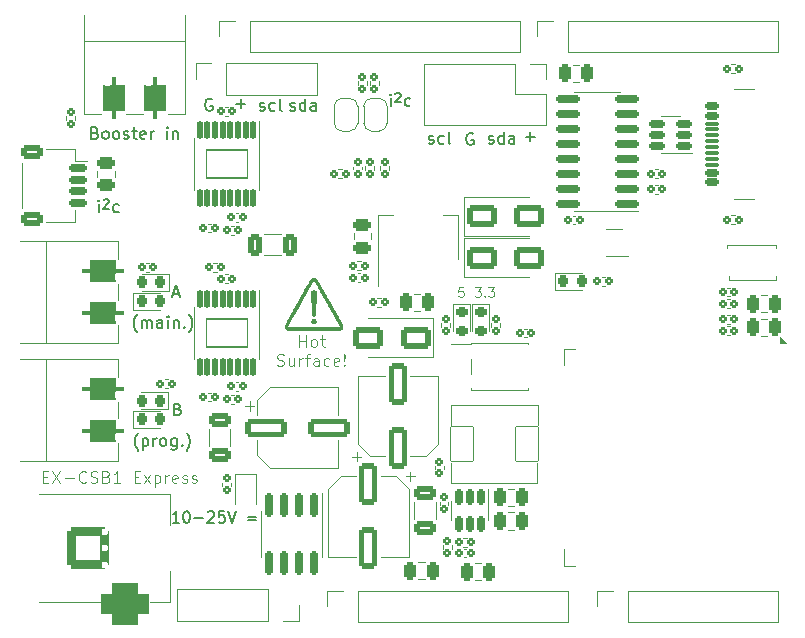
<source format=gbr>
%TF.GenerationSoftware,KiCad,Pcbnew,8.0.8*%
%TF.CreationDate,2025-02-14T13:40:02-05:00*%
%TF.ProjectId,EX-CSB1,45582d43-5342-4312-9e6b-696361645f70,rev?*%
%TF.SameCoordinates,Original*%
%TF.FileFunction,Legend,Top*%
%TF.FilePolarity,Positive*%
%FSLAX46Y46*%
G04 Gerber Fmt 4.6, Leading zero omitted, Abs format (unit mm)*
G04 Created by KiCad (PCBNEW 8.0.8) date 2025-02-14 13:40:02*
%MOMM*%
%LPD*%
G01*
G04 APERTURE LIST*
G04 Aperture macros list*
%AMRoundRect*
0 Rectangle with rounded corners*
0 $1 Rounding radius*
0 $2 $3 $4 $5 $6 $7 $8 $9 X,Y pos of 4 corners*
0 Add a 4 corners polygon primitive as box body*
4,1,4,$2,$3,$4,$5,$6,$7,$8,$9,$2,$3,0*
0 Add four circle primitives for the rounded corners*
1,1,$1+$1,$2,$3*
1,1,$1+$1,$4,$5*
1,1,$1+$1,$6,$7*
1,1,$1+$1,$8,$9*
0 Add four rect primitives between the rounded corners*
20,1,$1+$1,$2,$3,$4,$5,0*
20,1,$1+$1,$4,$5,$6,$7,0*
20,1,$1+$1,$6,$7,$8,$9,0*
20,1,$1+$1,$8,$9,$2,$3,0*%
%AMFreePoly0*
4,1,19,0.500000,-0.750000,0.000000,-0.750000,0.000000,-0.744911,-0.071157,-0.744911,-0.207708,-0.704816,-0.327430,-0.627875,-0.420627,-0.520320,-0.479746,-0.390866,-0.500000,-0.250000,-0.500000,0.250000,-0.479746,0.390866,-0.420627,0.520320,-0.327430,0.627875,-0.207708,0.704816,-0.071157,0.744911,0.000000,0.744911,0.000000,0.750000,0.500000,0.750000,0.500000,-0.750000,0.500000,-0.750000,
$1*%
%AMFreePoly1*
4,1,19,0.000000,0.744911,0.071157,0.744911,0.207708,0.704816,0.327430,0.627875,0.420627,0.520320,0.479746,0.390866,0.500000,0.250000,0.500000,-0.250000,0.479746,-0.390866,0.420627,-0.520320,0.327430,-0.627875,0.207708,-0.704816,0.071157,-0.744911,0.000000,-0.744911,0.000000,-0.750000,-0.500000,-0.750000,-0.500000,0.750000,0.000000,0.750000,0.000000,0.744911,0.000000,0.744911,
$1*%
G04 Aperture macros list end*
%ADD10C,0.100000*%
%ADD11C,0.150000*%
%ADD12C,0.120000*%
%ADD13C,0.000000*%
%ADD14R,1.350000X1.800000*%
%ADD15RoundRect,0.250000X0.475000X-0.250000X0.475000X0.250000X-0.475000X0.250000X-0.475000X-0.250000X0*%
%ADD16RoundRect,0.124000X-0.186000X-0.196000X0.186000X-0.196000X0.186000X0.196000X-0.186000X0.196000X0*%
%ADD17RoundRect,0.124138X-0.175862X-0.195862X0.175862X-0.195862X0.175862X0.195862X-0.175862X0.195862X0*%
%ADD18RoundRect,0.124000X0.186000X0.196000X-0.186000X0.196000X-0.186000X-0.196000X0.186000X-0.196000X0*%
%ADD19RoundRect,0.124000X0.196000X-0.186000X0.196000X0.186000X-0.196000X0.186000X-0.196000X-0.186000X0*%
%ADD20C,3.500000*%
%ADD21R,2.000000X0.640000*%
%ADD22RoundRect,0.124138X0.175862X0.195862X-0.175862X0.195862X-0.175862X-0.195862X0.175862X-0.195862X0*%
%ADD23C,0.600000*%
%ADD24RoundRect,0.720000X-1.080000X0.180000X-1.080000X-0.180000X1.080000X-0.180000X1.080000X0.180000X0*%
%ADD25FreePoly0,90.000000*%
%ADD26FreePoly1,90.000000*%
%ADD27RoundRect,0.250000X-0.250000X-0.475000X0.250000X-0.475000X0.250000X0.475000X-0.250000X0.475000X0*%
%ADD28R,1.700000X1.700000*%
%ADD29O,1.700000X1.700000*%
%ADD30RoundRect,0.218750X-0.218750X-0.256250X0.218750X-0.256250X0.218750X0.256250X-0.218750X0.256250X0*%
%ADD31RoundRect,0.250000X0.250000X0.475000X-0.250000X0.475000X-0.250000X-0.475000X0.250000X-0.475000X0*%
%ADD32RoundRect,0.124138X0.195862X-0.175862X0.195862X0.175862X-0.195862X0.175862X-0.195862X-0.175862X0*%
%ADD33RoundRect,0.124138X-0.195862X0.175862X-0.195862X-0.175862X0.195862X-0.175862X0.195862X0.175862X0*%
%ADD34RoundRect,0.250000X-0.550000X1.500000X-0.550000X-1.500000X0.550000X-1.500000X0.550000X1.500000X0*%
%ADD35C,0.650000*%
%ADD36RoundRect,0.150000X0.425000X-0.150000X0.425000X0.150000X-0.425000X0.150000X-0.425000X-0.150000X0*%
%ADD37RoundRect,0.075000X0.500000X-0.075000X0.500000X0.075000X-0.500000X0.075000X-0.500000X-0.075000X0*%
%ADD38O,2.100000X1.000000*%
%ADD39O,1.800000X1.000000*%
%ADD40RoundRect,0.250000X-0.325000X-0.650000X0.325000X-0.650000X0.325000X0.650000X-0.325000X0.650000X0*%
%ADD41RoundRect,0.150000X-0.150000X0.512500X-0.150000X-0.512500X0.150000X-0.512500X0.150000X0.512500X0*%
%ADD42RoundRect,0.250000X-0.475000X0.250000X-0.475000X-0.250000X0.475000X-0.250000X0.475000X0.250000X0*%
%ADD43R,0.650000X0.400000*%
%ADD44RoundRect,0.720000X0.180000X1.080000X-0.180000X1.080000X-0.180000X-1.080000X0.180000X-1.080000X0*%
%ADD45RoundRect,0.218750X-0.256250X0.218750X-0.256250X-0.218750X0.256250X-0.218750X0.256250X0.218750X0*%
%ADD46RoundRect,0.049200X-1.750800X1.180800X-1.750800X-1.180800X1.750800X-1.180800X1.750800X1.180800X0*%
%ADD47RoundRect,0.110000X-0.110000X0.677500X-0.110000X-0.677500X0.110000X-0.677500X0.110000X0.677500X0*%
%ADD48RoundRect,0.250000X1.000000X0.650000X-1.000000X0.650000X-1.000000X-0.650000X1.000000X-0.650000X0*%
%ADD49RoundRect,0.250000X-0.650000X0.325000X-0.650000X-0.325000X0.650000X-0.325000X0.650000X0.325000X0*%
%ADD50RoundRect,0.218750X0.218750X0.256250X-0.218750X0.256250X-0.218750X-0.256250X0.218750X-0.256250X0*%
%ADD51RoundRect,0.150000X0.825000X0.150000X-0.825000X0.150000X-0.825000X-0.150000X0.825000X-0.150000X0*%
%ADD52RoundRect,0.124000X-0.196000X0.186000X-0.196000X-0.186000X0.196000X-0.186000X0.196000X0.186000X0*%
%ADD53RoundRect,0.250000X-1.500000X-0.550000X1.500000X-0.550000X1.500000X0.550000X-1.500000X0.550000X0*%
%ADD54RoundRect,0.250000X-1.000000X-0.650000X1.000000X-0.650000X1.000000X0.650000X-1.000000X0.650000X0*%
%ADD55RoundRect,0.150000X-0.625000X0.150000X-0.625000X-0.150000X0.625000X-0.150000X0.625000X0.150000X0*%
%ADD56RoundRect,0.250000X-0.650000X0.350000X-0.650000X-0.350000X0.650000X-0.350000X0.650000X0.350000X0*%
%ADD57RoundRect,0.019500X-0.955500X-1.480500X0.955500X-1.480500X0.955500X1.480500X-0.955500X1.480500X0*%
%ADD58R,0.450000X0.600000*%
%ADD59R,1.500000X2.000000*%
%ADD60R,3.800000X2.000000*%
%ADD61R,3.500000X3.500000*%
%ADD62RoundRect,0.350000X-1.400000X-1.400000X1.400000X-1.400000X1.400000X1.400000X-1.400000X1.400000X0*%
%ADD63RoundRect,0.875000X-1.125000X-0.875000X1.125000X-0.875000X1.125000X0.875000X-1.125000X0.875000X0*%
%ADD64RoundRect,0.250000X0.550000X-1.500000X0.550000X1.500000X-0.550000X1.500000X-0.550000X-1.500000X0*%
%ADD65RoundRect,0.150000X-0.150000X0.825000X-0.150000X-0.825000X0.150000X-0.825000X0.150000X0.825000X0*%
%ADD66R,0.900000X1.500000*%
%ADD67R,1.500000X0.900000*%
%ADD68R,0.900000X0.900000*%
%ADD69RoundRect,0.150000X0.512500X0.150000X-0.512500X0.150000X-0.512500X-0.150000X0.512500X-0.150000X0*%
G04 APERTURE END LIST*
D10*
X24122190Y24343525D02*
X24122190Y25343525D01*
X24122190Y24867335D02*
X24693618Y24867335D01*
X24693618Y24343525D02*
X24693618Y25343525D01*
X25312666Y24343525D02*
X25217428Y24391144D01*
X25217428Y24391144D02*
X25169809Y24438764D01*
X25169809Y24438764D02*
X25122190Y24534002D01*
X25122190Y24534002D02*
X25122190Y24819716D01*
X25122190Y24819716D02*
X25169809Y24914954D01*
X25169809Y24914954D02*
X25217428Y24962573D01*
X25217428Y24962573D02*
X25312666Y25010192D01*
X25312666Y25010192D02*
X25455523Y25010192D01*
X25455523Y25010192D02*
X25550761Y24962573D01*
X25550761Y24962573D02*
X25598380Y24914954D01*
X25598380Y24914954D02*
X25645999Y24819716D01*
X25645999Y24819716D02*
X25645999Y24534002D01*
X25645999Y24534002D02*
X25598380Y24438764D01*
X25598380Y24438764D02*
X25550761Y24391144D01*
X25550761Y24391144D02*
X25455523Y24343525D01*
X25455523Y24343525D02*
X25312666Y24343525D01*
X25931714Y25010192D02*
X26312666Y25010192D01*
X26074571Y25343525D02*
X26074571Y24486383D01*
X26074571Y24486383D02*
X26122190Y24391144D01*
X26122190Y24391144D02*
X26217428Y24343525D01*
X26217428Y24343525D02*
X26312666Y24343525D01*
X22265047Y22781200D02*
X22407904Y22733581D01*
X22407904Y22733581D02*
X22645999Y22733581D01*
X22645999Y22733581D02*
X22741237Y22781200D01*
X22741237Y22781200D02*
X22788856Y22828820D01*
X22788856Y22828820D02*
X22836475Y22924058D01*
X22836475Y22924058D02*
X22836475Y23019296D01*
X22836475Y23019296D02*
X22788856Y23114534D01*
X22788856Y23114534D02*
X22741237Y23162153D01*
X22741237Y23162153D02*
X22645999Y23209772D01*
X22645999Y23209772D02*
X22455523Y23257391D01*
X22455523Y23257391D02*
X22360285Y23305010D01*
X22360285Y23305010D02*
X22312666Y23352629D01*
X22312666Y23352629D02*
X22265047Y23447867D01*
X22265047Y23447867D02*
X22265047Y23543105D01*
X22265047Y23543105D02*
X22312666Y23638343D01*
X22312666Y23638343D02*
X22360285Y23685962D01*
X22360285Y23685962D02*
X22455523Y23733581D01*
X22455523Y23733581D02*
X22693618Y23733581D01*
X22693618Y23733581D02*
X22836475Y23685962D01*
X23693618Y23400248D02*
X23693618Y22733581D01*
X23265047Y23400248D02*
X23265047Y22876439D01*
X23265047Y22876439D02*
X23312666Y22781200D01*
X23312666Y22781200D02*
X23407904Y22733581D01*
X23407904Y22733581D02*
X23550761Y22733581D01*
X23550761Y22733581D02*
X23645999Y22781200D01*
X23645999Y22781200D02*
X23693618Y22828820D01*
X24169809Y22733581D02*
X24169809Y23400248D01*
X24169809Y23209772D02*
X24217428Y23305010D01*
X24217428Y23305010D02*
X24265047Y23352629D01*
X24265047Y23352629D02*
X24360285Y23400248D01*
X24360285Y23400248D02*
X24455523Y23400248D01*
X24646000Y23400248D02*
X25026952Y23400248D01*
X24788857Y22733581D02*
X24788857Y23590724D01*
X24788857Y23590724D02*
X24836476Y23685962D01*
X24836476Y23685962D02*
X24931714Y23733581D01*
X24931714Y23733581D02*
X25026952Y23733581D01*
X25788857Y22733581D02*
X25788857Y23257391D01*
X25788857Y23257391D02*
X25741238Y23352629D01*
X25741238Y23352629D02*
X25646000Y23400248D01*
X25646000Y23400248D02*
X25455524Y23400248D01*
X25455524Y23400248D02*
X25360286Y23352629D01*
X25788857Y22781200D02*
X25693619Y22733581D01*
X25693619Y22733581D02*
X25455524Y22733581D01*
X25455524Y22733581D02*
X25360286Y22781200D01*
X25360286Y22781200D02*
X25312667Y22876439D01*
X25312667Y22876439D02*
X25312667Y22971677D01*
X25312667Y22971677D02*
X25360286Y23066915D01*
X25360286Y23066915D02*
X25455524Y23114534D01*
X25455524Y23114534D02*
X25693619Y23114534D01*
X25693619Y23114534D02*
X25788857Y23162153D01*
X26693619Y22781200D02*
X26598381Y22733581D01*
X26598381Y22733581D02*
X26407905Y22733581D01*
X26407905Y22733581D02*
X26312667Y22781200D01*
X26312667Y22781200D02*
X26265048Y22828820D01*
X26265048Y22828820D02*
X26217429Y22924058D01*
X26217429Y22924058D02*
X26217429Y23209772D01*
X26217429Y23209772D02*
X26265048Y23305010D01*
X26265048Y23305010D02*
X26312667Y23352629D01*
X26312667Y23352629D02*
X26407905Y23400248D01*
X26407905Y23400248D02*
X26598381Y23400248D01*
X26598381Y23400248D02*
X26693619Y23352629D01*
X27503143Y22781200D02*
X27407905Y22733581D01*
X27407905Y22733581D02*
X27217429Y22733581D01*
X27217429Y22733581D02*
X27122191Y22781200D01*
X27122191Y22781200D02*
X27074572Y22876439D01*
X27074572Y22876439D02*
X27074572Y23257391D01*
X27074572Y23257391D02*
X27122191Y23352629D01*
X27122191Y23352629D02*
X27217429Y23400248D01*
X27217429Y23400248D02*
X27407905Y23400248D01*
X27407905Y23400248D02*
X27503143Y23352629D01*
X27503143Y23352629D02*
X27550762Y23257391D01*
X27550762Y23257391D02*
X27550762Y23162153D01*
X27550762Y23162153D02*
X27074572Y23066915D01*
X27979334Y22828820D02*
X28026953Y22781200D01*
X28026953Y22781200D02*
X27979334Y22733581D01*
X27979334Y22733581D02*
X27931715Y22781200D01*
X27931715Y22781200D02*
X27979334Y22828820D01*
X27979334Y22828820D02*
X27979334Y22733581D01*
X27979334Y23114534D02*
X27931715Y23685962D01*
X27931715Y23685962D02*
X27979334Y23733581D01*
X27979334Y23733581D02*
X28026953Y23685962D01*
X28026953Y23685962D02*
X27979334Y23114534D01*
X27979334Y23114534D02*
X27979334Y23733581D01*
X33181666Y13386315D02*
X33943571Y13386315D01*
X33562618Y13005362D02*
X33562618Y13767267D01*
D11*
X16761904Y45297562D02*
X16666666Y45345181D01*
X16666666Y45345181D02*
X16523809Y45345181D01*
X16523809Y45345181D02*
X16380952Y45297562D01*
X16380952Y45297562D02*
X16285714Y45202324D01*
X16285714Y45202324D02*
X16238095Y45107086D01*
X16238095Y45107086D02*
X16190476Y44916610D01*
X16190476Y44916610D02*
X16190476Y44773753D01*
X16190476Y44773753D02*
X16238095Y44583277D01*
X16238095Y44583277D02*
X16285714Y44488039D01*
X16285714Y44488039D02*
X16380952Y44392800D01*
X16380952Y44392800D02*
X16523809Y44345181D01*
X16523809Y44345181D02*
X16619047Y44345181D01*
X16619047Y44345181D02*
X16761904Y44392800D01*
X16761904Y44392800D02*
X16809523Y44440420D01*
X16809523Y44440420D02*
X16809523Y44773753D01*
X16809523Y44773753D02*
X16619047Y44773753D01*
D10*
X28628884Y15058534D02*
X29390789Y15058534D01*
X29009836Y14677581D02*
X29009836Y15439486D01*
X38026017Y29376505D02*
X37645065Y29376505D01*
X37645065Y29376505D02*
X37606969Y28995553D01*
X37606969Y28995553D02*
X37645065Y29033648D01*
X37645065Y29033648D02*
X37721255Y29071743D01*
X37721255Y29071743D02*
X37911731Y29071743D01*
X37911731Y29071743D02*
X37987922Y29033648D01*
X37987922Y29033648D02*
X38026017Y28995553D01*
X38026017Y28995553D02*
X38064112Y28919362D01*
X38064112Y28919362D02*
X38064112Y28728886D01*
X38064112Y28728886D02*
X38026017Y28652696D01*
X38026017Y28652696D02*
X37987922Y28614600D01*
X37987922Y28614600D02*
X37911731Y28576505D01*
X37911731Y28576505D02*
X37721255Y28576505D01*
X37721255Y28576505D02*
X37645065Y28614600D01*
X37645065Y28614600D02*
X37606969Y28652696D01*
D11*
X38861904Y42397562D02*
X38766666Y42445181D01*
X38766666Y42445181D02*
X38623809Y42445181D01*
X38623809Y42445181D02*
X38480952Y42397562D01*
X38480952Y42397562D02*
X38385714Y42302324D01*
X38385714Y42302324D02*
X38338095Y42207086D01*
X38338095Y42207086D02*
X38290476Y42016610D01*
X38290476Y42016610D02*
X38290476Y41873753D01*
X38290476Y41873753D02*
X38338095Y41683277D01*
X38338095Y41683277D02*
X38385714Y41588039D01*
X38385714Y41588039D02*
X38480952Y41492800D01*
X38480952Y41492800D02*
X38623809Y41445181D01*
X38623809Y41445181D02*
X38719047Y41445181D01*
X38719047Y41445181D02*
X38861904Y41492800D01*
X38861904Y41492800D02*
X38909523Y41540420D01*
X38909523Y41540420D02*
X38909523Y41873753D01*
X38909523Y41873753D02*
X38719047Y41873753D01*
X13489160Y28830896D02*
X13965350Y28830896D01*
X13393922Y28545181D02*
X13727255Y29545181D01*
X13727255Y29545181D02*
X14060588Y28545181D01*
X18819048Y44926134D02*
X19580953Y44926134D01*
X19200000Y44545181D02*
X19200000Y45307086D01*
X7190476Y35745181D02*
X7190476Y36411848D01*
X7190476Y36745181D02*
X7142857Y36697562D01*
X7142857Y36697562D02*
X7190476Y36649943D01*
X7190476Y36649943D02*
X7238095Y36697562D01*
X7238095Y36697562D02*
X7190476Y36745181D01*
X7190476Y36745181D02*
X7190476Y36649943D01*
X7580951Y36758515D02*
X7619047Y36796610D01*
X7619047Y36796610D02*
X7695237Y36834705D01*
X7695237Y36834705D02*
X7885713Y36834705D01*
X7885713Y36834705D02*
X7961904Y36796610D01*
X7961904Y36796610D02*
X7999999Y36758515D01*
X7999999Y36758515D02*
X8038094Y36682324D01*
X8038094Y36682324D02*
X8038094Y36606134D01*
X8038094Y36606134D02*
X7999999Y36491848D01*
X7999999Y36491848D02*
X7542856Y36034705D01*
X7542856Y36034705D02*
X8038094Y36034705D01*
X8857142Y35792800D02*
X8761904Y35745181D01*
X8761904Y35745181D02*
X8571428Y35745181D01*
X8571428Y35745181D02*
X8476190Y35792800D01*
X8476190Y35792800D02*
X8428571Y35840420D01*
X8428571Y35840420D02*
X8380952Y35935658D01*
X8380952Y35935658D02*
X8380952Y36221372D01*
X8380952Y36221372D02*
X8428571Y36316610D01*
X8428571Y36316610D02*
X8476190Y36364229D01*
X8476190Y36364229D02*
X8571428Y36411848D01*
X8571428Y36411848D02*
X8761904Y36411848D01*
X8761904Y36411848D02*
X8857142Y36364229D01*
X20795238Y44392800D02*
X20890476Y44345181D01*
X20890476Y44345181D02*
X21080952Y44345181D01*
X21080952Y44345181D02*
X21176190Y44392800D01*
X21176190Y44392800D02*
X21223809Y44488039D01*
X21223809Y44488039D02*
X21223809Y44535658D01*
X21223809Y44535658D02*
X21176190Y44630896D01*
X21176190Y44630896D02*
X21080952Y44678515D01*
X21080952Y44678515D02*
X20938095Y44678515D01*
X20938095Y44678515D02*
X20842857Y44726134D01*
X20842857Y44726134D02*
X20795238Y44821372D01*
X20795238Y44821372D02*
X20795238Y44868991D01*
X20795238Y44868991D02*
X20842857Y44964229D01*
X20842857Y44964229D02*
X20938095Y45011848D01*
X20938095Y45011848D02*
X21080952Y45011848D01*
X21080952Y45011848D02*
X21176190Y44964229D01*
X22080952Y44392800D02*
X21985714Y44345181D01*
X21985714Y44345181D02*
X21795238Y44345181D01*
X21795238Y44345181D02*
X21700000Y44392800D01*
X21700000Y44392800D02*
X21652381Y44440420D01*
X21652381Y44440420D02*
X21604762Y44535658D01*
X21604762Y44535658D02*
X21604762Y44821372D01*
X21604762Y44821372D02*
X21652381Y44916610D01*
X21652381Y44916610D02*
X21700000Y44964229D01*
X21700000Y44964229D02*
X21795238Y45011848D01*
X21795238Y45011848D02*
X21985714Y45011848D01*
X21985714Y45011848D02*
X22080952Y44964229D01*
X22652381Y44345181D02*
X22557143Y44392800D01*
X22557143Y44392800D02*
X22509524Y44488039D01*
X22509524Y44488039D02*
X22509524Y45345181D01*
X23380952Y44392800D02*
X23476190Y44345181D01*
X23476190Y44345181D02*
X23666666Y44345181D01*
X23666666Y44345181D02*
X23761904Y44392800D01*
X23761904Y44392800D02*
X23809523Y44488039D01*
X23809523Y44488039D02*
X23809523Y44535658D01*
X23809523Y44535658D02*
X23761904Y44630896D01*
X23761904Y44630896D02*
X23666666Y44678515D01*
X23666666Y44678515D02*
X23523809Y44678515D01*
X23523809Y44678515D02*
X23428571Y44726134D01*
X23428571Y44726134D02*
X23380952Y44821372D01*
X23380952Y44821372D02*
X23380952Y44868991D01*
X23380952Y44868991D02*
X23428571Y44964229D01*
X23428571Y44964229D02*
X23523809Y45011848D01*
X23523809Y45011848D02*
X23666666Y45011848D01*
X23666666Y45011848D02*
X23761904Y44964229D01*
X24666666Y44345181D02*
X24666666Y45345181D01*
X24666666Y44392800D02*
X24571428Y44345181D01*
X24571428Y44345181D02*
X24380952Y44345181D01*
X24380952Y44345181D02*
X24285714Y44392800D01*
X24285714Y44392800D02*
X24238095Y44440420D01*
X24238095Y44440420D02*
X24190476Y44535658D01*
X24190476Y44535658D02*
X24190476Y44821372D01*
X24190476Y44821372D02*
X24238095Y44916610D01*
X24238095Y44916610D02*
X24285714Y44964229D01*
X24285714Y44964229D02*
X24380952Y45011848D01*
X24380952Y45011848D02*
X24571428Y45011848D01*
X24571428Y45011848D02*
X24666666Y44964229D01*
X25571428Y44345181D02*
X25571428Y44868991D01*
X25571428Y44868991D02*
X25523809Y44964229D01*
X25523809Y44964229D02*
X25428571Y45011848D01*
X25428571Y45011848D02*
X25238095Y45011848D01*
X25238095Y45011848D02*
X25142857Y44964229D01*
X25571428Y44392800D02*
X25476190Y44345181D01*
X25476190Y44345181D02*
X25238095Y44345181D01*
X25238095Y44345181D02*
X25142857Y44392800D01*
X25142857Y44392800D02*
X25095238Y44488039D01*
X25095238Y44488039D02*
X25095238Y44583277D01*
X25095238Y44583277D02*
X25142857Y44678515D01*
X25142857Y44678515D02*
X25238095Y44726134D01*
X25238095Y44726134D02*
X25476190Y44726134D01*
X25476190Y44726134D02*
X25571428Y44773753D01*
X10522493Y15564229D02*
X10474874Y15611848D01*
X10474874Y15611848D02*
X10379636Y15754705D01*
X10379636Y15754705D02*
X10332017Y15849943D01*
X10332017Y15849943D02*
X10284398Y15992800D01*
X10284398Y15992800D02*
X10236779Y16230896D01*
X10236779Y16230896D02*
X10236779Y16421372D01*
X10236779Y16421372D02*
X10284398Y16659467D01*
X10284398Y16659467D02*
X10332017Y16802324D01*
X10332017Y16802324D02*
X10379636Y16897562D01*
X10379636Y16897562D02*
X10474874Y17040420D01*
X10474874Y17040420D02*
X10522493Y17088039D01*
X10903446Y16611848D02*
X10903446Y15611848D01*
X10903446Y16564229D02*
X10998684Y16611848D01*
X10998684Y16611848D02*
X11189160Y16611848D01*
X11189160Y16611848D02*
X11284398Y16564229D01*
X11284398Y16564229D02*
X11332017Y16516610D01*
X11332017Y16516610D02*
X11379636Y16421372D01*
X11379636Y16421372D02*
X11379636Y16135658D01*
X11379636Y16135658D02*
X11332017Y16040420D01*
X11332017Y16040420D02*
X11284398Y15992800D01*
X11284398Y15992800D02*
X11189160Y15945181D01*
X11189160Y15945181D02*
X10998684Y15945181D01*
X10998684Y15945181D02*
X10903446Y15992800D01*
X11808208Y15945181D02*
X11808208Y16611848D01*
X11808208Y16421372D02*
X11855827Y16516610D01*
X11855827Y16516610D02*
X11903446Y16564229D01*
X11903446Y16564229D02*
X11998684Y16611848D01*
X11998684Y16611848D02*
X12093922Y16611848D01*
X12570113Y15945181D02*
X12474875Y15992800D01*
X12474875Y15992800D02*
X12427256Y16040420D01*
X12427256Y16040420D02*
X12379637Y16135658D01*
X12379637Y16135658D02*
X12379637Y16421372D01*
X12379637Y16421372D02*
X12427256Y16516610D01*
X12427256Y16516610D02*
X12474875Y16564229D01*
X12474875Y16564229D02*
X12570113Y16611848D01*
X12570113Y16611848D02*
X12712970Y16611848D01*
X12712970Y16611848D02*
X12808208Y16564229D01*
X12808208Y16564229D02*
X12855827Y16516610D01*
X12855827Y16516610D02*
X12903446Y16421372D01*
X12903446Y16421372D02*
X12903446Y16135658D01*
X12903446Y16135658D02*
X12855827Y16040420D01*
X12855827Y16040420D02*
X12808208Y15992800D01*
X12808208Y15992800D02*
X12712970Y15945181D01*
X12712970Y15945181D02*
X12570113Y15945181D01*
X13760589Y16611848D02*
X13760589Y15802324D01*
X13760589Y15802324D02*
X13712970Y15707086D01*
X13712970Y15707086D02*
X13665351Y15659467D01*
X13665351Y15659467D02*
X13570113Y15611848D01*
X13570113Y15611848D02*
X13427256Y15611848D01*
X13427256Y15611848D02*
X13332018Y15659467D01*
X13760589Y15992800D02*
X13665351Y15945181D01*
X13665351Y15945181D02*
X13474875Y15945181D01*
X13474875Y15945181D02*
X13379637Y15992800D01*
X13379637Y15992800D02*
X13332018Y16040420D01*
X13332018Y16040420D02*
X13284399Y16135658D01*
X13284399Y16135658D02*
X13284399Y16421372D01*
X13284399Y16421372D02*
X13332018Y16516610D01*
X13332018Y16516610D02*
X13379637Y16564229D01*
X13379637Y16564229D02*
X13474875Y16611848D01*
X13474875Y16611848D02*
X13665351Y16611848D01*
X13665351Y16611848D02*
X13760589Y16564229D01*
X14236780Y16040420D02*
X14284399Y15992800D01*
X14284399Y15992800D02*
X14236780Y15945181D01*
X14236780Y15945181D02*
X14189161Y15992800D01*
X14189161Y15992800D02*
X14236780Y16040420D01*
X14236780Y16040420D02*
X14236780Y15945181D01*
X14617732Y15564229D02*
X14665351Y15611848D01*
X14665351Y15611848D02*
X14760589Y15754705D01*
X14760589Y15754705D02*
X14808208Y15849943D01*
X14808208Y15849943D02*
X14855827Y15992800D01*
X14855827Y15992800D02*
X14903446Y16230896D01*
X14903446Y16230896D02*
X14903446Y16421372D01*
X14903446Y16421372D02*
X14855827Y16659467D01*
X14855827Y16659467D02*
X14808208Y16802324D01*
X14808208Y16802324D02*
X14760589Y16897562D01*
X14760589Y16897562D02*
X14665351Y17040420D01*
X14665351Y17040420D02*
X14617732Y17088039D01*
D10*
X39016674Y29376505D02*
X39511912Y29376505D01*
X39511912Y29376505D02*
X39245246Y29071743D01*
X39245246Y29071743D02*
X39359531Y29071743D01*
X39359531Y29071743D02*
X39435722Y29033648D01*
X39435722Y29033648D02*
X39473817Y28995553D01*
X39473817Y28995553D02*
X39511912Y28919362D01*
X39511912Y28919362D02*
X39511912Y28728886D01*
X39511912Y28728886D02*
X39473817Y28652696D01*
X39473817Y28652696D02*
X39435722Y28614600D01*
X39435722Y28614600D02*
X39359531Y28576505D01*
X39359531Y28576505D02*
X39130960Y28576505D01*
X39130960Y28576505D02*
X39054769Y28614600D01*
X39054769Y28614600D02*
X39016674Y28652696D01*
X39854770Y28652696D02*
X39892865Y28614600D01*
X39892865Y28614600D02*
X39854770Y28576505D01*
X39854770Y28576505D02*
X39816674Y28614600D01*
X39816674Y28614600D02*
X39854770Y28652696D01*
X39854770Y28652696D02*
X39854770Y28576505D01*
X40159531Y29376505D02*
X40654769Y29376505D01*
X40654769Y29376505D02*
X40388103Y29071743D01*
X40388103Y29071743D02*
X40502388Y29071743D01*
X40502388Y29071743D02*
X40578579Y29033648D01*
X40578579Y29033648D02*
X40616674Y28995553D01*
X40616674Y28995553D02*
X40654769Y28919362D01*
X40654769Y28919362D02*
X40654769Y28728886D01*
X40654769Y28728886D02*
X40616674Y28652696D01*
X40616674Y28652696D02*
X40578579Y28614600D01*
X40578579Y28614600D02*
X40502388Y28576505D01*
X40502388Y28576505D02*
X40273817Y28576505D01*
X40273817Y28576505D02*
X40197626Y28614600D01*
X40197626Y28614600D02*
X40159531Y28652696D01*
D11*
X6866666Y42468991D02*
X7009523Y42421372D01*
X7009523Y42421372D02*
X7057142Y42373753D01*
X7057142Y42373753D02*
X7104761Y42278515D01*
X7104761Y42278515D02*
X7104761Y42135658D01*
X7104761Y42135658D02*
X7057142Y42040420D01*
X7057142Y42040420D02*
X7009523Y41992800D01*
X7009523Y41992800D02*
X6914285Y41945181D01*
X6914285Y41945181D02*
X6533333Y41945181D01*
X6533333Y41945181D02*
X6533333Y42945181D01*
X6533333Y42945181D02*
X6866666Y42945181D01*
X6866666Y42945181D02*
X6961904Y42897562D01*
X6961904Y42897562D02*
X7009523Y42849943D01*
X7009523Y42849943D02*
X7057142Y42754705D01*
X7057142Y42754705D02*
X7057142Y42659467D01*
X7057142Y42659467D02*
X7009523Y42564229D01*
X7009523Y42564229D02*
X6961904Y42516610D01*
X6961904Y42516610D02*
X6866666Y42468991D01*
X6866666Y42468991D02*
X6533333Y42468991D01*
X7676190Y41945181D02*
X7580952Y41992800D01*
X7580952Y41992800D02*
X7533333Y42040420D01*
X7533333Y42040420D02*
X7485714Y42135658D01*
X7485714Y42135658D02*
X7485714Y42421372D01*
X7485714Y42421372D02*
X7533333Y42516610D01*
X7533333Y42516610D02*
X7580952Y42564229D01*
X7580952Y42564229D02*
X7676190Y42611848D01*
X7676190Y42611848D02*
X7819047Y42611848D01*
X7819047Y42611848D02*
X7914285Y42564229D01*
X7914285Y42564229D02*
X7961904Y42516610D01*
X7961904Y42516610D02*
X8009523Y42421372D01*
X8009523Y42421372D02*
X8009523Y42135658D01*
X8009523Y42135658D02*
X7961904Y42040420D01*
X7961904Y42040420D02*
X7914285Y41992800D01*
X7914285Y41992800D02*
X7819047Y41945181D01*
X7819047Y41945181D02*
X7676190Y41945181D01*
X8580952Y41945181D02*
X8485714Y41992800D01*
X8485714Y41992800D02*
X8438095Y42040420D01*
X8438095Y42040420D02*
X8390476Y42135658D01*
X8390476Y42135658D02*
X8390476Y42421372D01*
X8390476Y42421372D02*
X8438095Y42516610D01*
X8438095Y42516610D02*
X8485714Y42564229D01*
X8485714Y42564229D02*
X8580952Y42611848D01*
X8580952Y42611848D02*
X8723809Y42611848D01*
X8723809Y42611848D02*
X8819047Y42564229D01*
X8819047Y42564229D02*
X8866666Y42516610D01*
X8866666Y42516610D02*
X8914285Y42421372D01*
X8914285Y42421372D02*
X8914285Y42135658D01*
X8914285Y42135658D02*
X8866666Y42040420D01*
X8866666Y42040420D02*
X8819047Y41992800D01*
X8819047Y41992800D02*
X8723809Y41945181D01*
X8723809Y41945181D02*
X8580952Y41945181D01*
X9295238Y41992800D02*
X9390476Y41945181D01*
X9390476Y41945181D02*
X9580952Y41945181D01*
X9580952Y41945181D02*
X9676190Y41992800D01*
X9676190Y41992800D02*
X9723809Y42088039D01*
X9723809Y42088039D02*
X9723809Y42135658D01*
X9723809Y42135658D02*
X9676190Y42230896D01*
X9676190Y42230896D02*
X9580952Y42278515D01*
X9580952Y42278515D02*
X9438095Y42278515D01*
X9438095Y42278515D02*
X9342857Y42326134D01*
X9342857Y42326134D02*
X9295238Y42421372D01*
X9295238Y42421372D02*
X9295238Y42468991D01*
X9295238Y42468991D02*
X9342857Y42564229D01*
X9342857Y42564229D02*
X9438095Y42611848D01*
X9438095Y42611848D02*
X9580952Y42611848D01*
X9580952Y42611848D02*
X9676190Y42564229D01*
X10009524Y42611848D02*
X10390476Y42611848D01*
X10152381Y42945181D02*
X10152381Y42088039D01*
X10152381Y42088039D02*
X10200000Y41992800D01*
X10200000Y41992800D02*
X10295238Y41945181D01*
X10295238Y41945181D02*
X10390476Y41945181D01*
X11104762Y41992800D02*
X11009524Y41945181D01*
X11009524Y41945181D02*
X10819048Y41945181D01*
X10819048Y41945181D02*
X10723810Y41992800D01*
X10723810Y41992800D02*
X10676191Y42088039D01*
X10676191Y42088039D02*
X10676191Y42468991D01*
X10676191Y42468991D02*
X10723810Y42564229D01*
X10723810Y42564229D02*
X10819048Y42611848D01*
X10819048Y42611848D02*
X11009524Y42611848D01*
X11009524Y42611848D02*
X11104762Y42564229D01*
X11104762Y42564229D02*
X11152381Y42468991D01*
X11152381Y42468991D02*
X11152381Y42373753D01*
X11152381Y42373753D02*
X10676191Y42278515D01*
X11580953Y41945181D02*
X11580953Y42611848D01*
X11580953Y42421372D02*
X11628572Y42516610D01*
X11628572Y42516610D02*
X11676191Y42564229D01*
X11676191Y42564229D02*
X11771429Y42611848D01*
X11771429Y42611848D02*
X11866667Y42611848D01*
X12961906Y41945181D02*
X12961906Y42611848D01*
X12961906Y42945181D02*
X12914287Y42897562D01*
X12914287Y42897562D02*
X12961906Y42849943D01*
X12961906Y42849943D02*
X13009525Y42897562D01*
X13009525Y42897562D02*
X12961906Y42945181D01*
X12961906Y42945181D02*
X12961906Y42849943D01*
X13438096Y42611848D02*
X13438096Y41945181D01*
X13438096Y42516610D02*
X13485715Y42564229D01*
X13485715Y42564229D02*
X13580953Y42611848D01*
X13580953Y42611848D02*
X13723810Y42611848D01*
X13723810Y42611848D02*
X13819048Y42564229D01*
X13819048Y42564229D02*
X13866667Y42468991D01*
X13866667Y42468991D02*
X13866667Y41945181D01*
X40180952Y41592800D02*
X40276190Y41545181D01*
X40276190Y41545181D02*
X40466666Y41545181D01*
X40466666Y41545181D02*
X40561904Y41592800D01*
X40561904Y41592800D02*
X40609523Y41688039D01*
X40609523Y41688039D02*
X40609523Y41735658D01*
X40609523Y41735658D02*
X40561904Y41830896D01*
X40561904Y41830896D02*
X40466666Y41878515D01*
X40466666Y41878515D02*
X40323809Y41878515D01*
X40323809Y41878515D02*
X40228571Y41926134D01*
X40228571Y41926134D02*
X40180952Y42021372D01*
X40180952Y42021372D02*
X40180952Y42068991D01*
X40180952Y42068991D02*
X40228571Y42164229D01*
X40228571Y42164229D02*
X40323809Y42211848D01*
X40323809Y42211848D02*
X40466666Y42211848D01*
X40466666Y42211848D02*
X40561904Y42164229D01*
X41466666Y41545181D02*
X41466666Y42545181D01*
X41466666Y41592800D02*
X41371428Y41545181D01*
X41371428Y41545181D02*
X41180952Y41545181D01*
X41180952Y41545181D02*
X41085714Y41592800D01*
X41085714Y41592800D02*
X41038095Y41640420D01*
X41038095Y41640420D02*
X40990476Y41735658D01*
X40990476Y41735658D02*
X40990476Y42021372D01*
X40990476Y42021372D02*
X41038095Y42116610D01*
X41038095Y42116610D02*
X41085714Y42164229D01*
X41085714Y42164229D02*
X41180952Y42211848D01*
X41180952Y42211848D02*
X41371428Y42211848D01*
X41371428Y42211848D02*
X41466666Y42164229D01*
X42371428Y41545181D02*
X42371428Y42068991D01*
X42371428Y42068991D02*
X42323809Y42164229D01*
X42323809Y42164229D02*
X42228571Y42211848D01*
X42228571Y42211848D02*
X42038095Y42211848D01*
X42038095Y42211848D02*
X41942857Y42164229D01*
X42371428Y41592800D02*
X42276190Y41545181D01*
X42276190Y41545181D02*
X42038095Y41545181D01*
X42038095Y41545181D02*
X41942857Y41592800D01*
X41942857Y41592800D02*
X41895238Y41688039D01*
X41895238Y41688039D02*
X41895238Y41783277D01*
X41895238Y41783277D02*
X41942857Y41878515D01*
X41942857Y41878515D02*
X42038095Y41926134D01*
X42038095Y41926134D02*
X42276190Y41926134D01*
X42276190Y41926134D02*
X42371428Y41973753D01*
X43319048Y42126134D02*
X44080953Y42126134D01*
X43700000Y41745181D02*
X43700000Y42507086D01*
X10422493Y25564229D02*
X10374874Y25611848D01*
X10374874Y25611848D02*
X10279636Y25754705D01*
X10279636Y25754705D02*
X10232017Y25849943D01*
X10232017Y25849943D02*
X10184398Y25992800D01*
X10184398Y25992800D02*
X10136779Y26230896D01*
X10136779Y26230896D02*
X10136779Y26421372D01*
X10136779Y26421372D02*
X10184398Y26659467D01*
X10184398Y26659467D02*
X10232017Y26802324D01*
X10232017Y26802324D02*
X10279636Y26897562D01*
X10279636Y26897562D02*
X10374874Y27040420D01*
X10374874Y27040420D02*
X10422493Y27088039D01*
X10803446Y25945181D02*
X10803446Y26611848D01*
X10803446Y26516610D02*
X10851065Y26564229D01*
X10851065Y26564229D02*
X10946303Y26611848D01*
X10946303Y26611848D02*
X11089160Y26611848D01*
X11089160Y26611848D02*
X11184398Y26564229D01*
X11184398Y26564229D02*
X11232017Y26468991D01*
X11232017Y26468991D02*
X11232017Y25945181D01*
X11232017Y26468991D02*
X11279636Y26564229D01*
X11279636Y26564229D02*
X11374874Y26611848D01*
X11374874Y26611848D02*
X11517731Y26611848D01*
X11517731Y26611848D02*
X11612970Y26564229D01*
X11612970Y26564229D02*
X11660589Y26468991D01*
X11660589Y26468991D02*
X11660589Y25945181D01*
X12565350Y25945181D02*
X12565350Y26468991D01*
X12565350Y26468991D02*
X12517731Y26564229D01*
X12517731Y26564229D02*
X12422493Y26611848D01*
X12422493Y26611848D02*
X12232017Y26611848D01*
X12232017Y26611848D02*
X12136779Y26564229D01*
X12565350Y25992800D02*
X12470112Y25945181D01*
X12470112Y25945181D02*
X12232017Y25945181D01*
X12232017Y25945181D02*
X12136779Y25992800D01*
X12136779Y25992800D02*
X12089160Y26088039D01*
X12089160Y26088039D02*
X12089160Y26183277D01*
X12089160Y26183277D02*
X12136779Y26278515D01*
X12136779Y26278515D02*
X12232017Y26326134D01*
X12232017Y26326134D02*
X12470112Y26326134D01*
X12470112Y26326134D02*
X12565350Y26373753D01*
X13041541Y25945181D02*
X13041541Y26611848D01*
X13041541Y26945181D02*
X12993922Y26897562D01*
X12993922Y26897562D02*
X13041541Y26849943D01*
X13041541Y26849943D02*
X13089160Y26897562D01*
X13089160Y26897562D02*
X13041541Y26945181D01*
X13041541Y26945181D02*
X13041541Y26849943D01*
X13517731Y26611848D02*
X13517731Y25945181D01*
X13517731Y26516610D02*
X13565350Y26564229D01*
X13565350Y26564229D02*
X13660588Y26611848D01*
X13660588Y26611848D02*
X13803445Y26611848D01*
X13803445Y26611848D02*
X13898683Y26564229D01*
X13898683Y26564229D02*
X13946302Y26468991D01*
X13946302Y26468991D02*
X13946302Y25945181D01*
X14422493Y26040420D02*
X14470112Y25992800D01*
X14470112Y25992800D02*
X14422493Y25945181D01*
X14422493Y25945181D02*
X14374874Y25992800D01*
X14374874Y25992800D02*
X14422493Y26040420D01*
X14422493Y26040420D02*
X14422493Y25945181D01*
X14803445Y25564229D02*
X14851064Y25611848D01*
X14851064Y25611848D02*
X14946302Y25754705D01*
X14946302Y25754705D02*
X14993921Y25849943D01*
X14993921Y25849943D02*
X15041540Y25992800D01*
X15041540Y25992800D02*
X15089159Y26230896D01*
X15089159Y26230896D02*
X15089159Y26421372D01*
X15089159Y26421372D02*
X15041540Y26659467D01*
X15041540Y26659467D02*
X14993921Y26802324D01*
X14993921Y26802324D02*
X14946302Y26897562D01*
X14946302Y26897562D02*
X14851064Y27040420D01*
X14851064Y27040420D02*
X14803445Y27088039D01*
X13870112Y19068991D02*
X14012969Y19021372D01*
X14012969Y19021372D02*
X14060588Y18973753D01*
X14060588Y18973753D02*
X14108207Y18878515D01*
X14108207Y18878515D02*
X14108207Y18735658D01*
X14108207Y18735658D02*
X14060588Y18640420D01*
X14060588Y18640420D02*
X14012969Y18592800D01*
X14012969Y18592800D02*
X13917731Y18545181D01*
X13917731Y18545181D02*
X13536779Y18545181D01*
X13536779Y18545181D02*
X13536779Y19545181D01*
X13536779Y19545181D02*
X13870112Y19545181D01*
X13870112Y19545181D02*
X13965350Y19497562D01*
X13965350Y19497562D02*
X14012969Y19449943D01*
X14012969Y19449943D02*
X14060588Y19354705D01*
X14060588Y19354705D02*
X14060588Y19259467D01*
X14060588Y19259467D02*
X14012969Y19164229D01*
X14012969Y19164229D02*
X13965350Y19116610D01*
X13965350Y19116610D02*
X13870112Y19068991D01*
X13870112Y19068991D02*
X13536779Y19068991D01*
X31890476Y44745181D02*
X31890476Y45411848D01*
X31890476Y45745181D02*
X31842857Y45697562D01*
X31842857Y45697562D02*
X31890476Y45649943D01*
X31890476Y45649943D02*
X31938095Y45697562D01*
X31938095Y45697562D02*
X31890476Y45745181D01*
X31890476Y45745181D02*
X31890476Y45649943D01*
X32280951Y45758515D02*
X32319047Y45796610D01*
X32319047Y45796610D02*
X32395237Y45834705D01*
X32395237Y45834705D02*
X32585713Y45834705D01*
X32585713Y45834705D02*
X32661904Y45796610D01*
X32661904Y45796610D02*
X32699999Y45758515D01*
X32699999Y45758515D02*
X32738094Y45682324D01*
X32738094Y45682324D02*
X32738094Y45606134D01*
X32738094Y45606134D02*
X32699999Y45491848D01*
X32699999Y45491848D02*
X32242856Y45034705D01*
X32242856Y45034705D02*
X32738094Y45034705D01*
X33557142Y44792800D02*
X33461904Y44745181D01*
X33461904Y44745181D02*
X33271428Y44745181D01*
X33271428Y44745181D02*
X33176190Y44792800D01*
X33176190Y44792800D02*
X33128571Y44840420D01*
X33128571Y44840420D02*
X33080952Y44935658D01*
X33080952Y44935658D02*
X33080952Y45221372D01*
X33080952Y45221372D02*
X33128571Y45316610D01*
X33128571Y45316610D02*
X33176190Y45364229D01*
X33176190Y45364229D02*
X33271428Y45411848D01*
X33271428Y45411848D02*
X33461904Y45411848D01*
X33461904Y45411848D02*
X33557142Y45364229D01*
X35095238Y41592800D02*
X35190476Y41545181D01*
X35190476Y41545181D02*
X35380952Y41545181D01*
X35380952Y41545181D02*
X35476190Y41592800D01*
X35476190Y41592800D02*
X35523809Y41688039D01*
X35523809Y41688039D02*
X35523809Y41735658D01*
X35523809Y41735658D02*
X35476190Y41830896D01*
X35476190Y41830896D02*
X35380952Y41878515D01*
X35380952Y41878515D02*
X35238095Y41878515D01*
X35238095Y41878515D02*
X35142857Y41926134D01*
X35142857Y41926134D02*
X35095238Y42021372D01*
X35095238Y42021372D02*
X35095238Y42068991D01*
X35095238Y42068991D02*
X35142857Y42164229D01*
X35142857Y42164229D02*
X35238095Y42211848D01*
X35238095Y42211848D02*
X35380952Y42211848D01*
X35380952Y42211848D02*
X35476190Y42164229D01*
X36380952Y41592800D02*
X36285714Y41545181D01*
X36285714Y41545181D02*
X36095238Y41545181D01*
X36095238Y41545181D02*
X36000000Y41592800D01*
X36000000Y41592800D02*
X35952381Y41640420D01*
X35952381Y41640420D02*
X35904762Y41735658D01*
X35904762Y41735658D02*
X35904762Y42021372D01*
X35904762Y42021372D02*
X35952381Y42116610D01*
X35952381Y42116610D02*
X36000000Y42164229D01*
X36000000Y42164229D02*
X36095238Y42211848D01*
X36095238Y42211848D02*
X36285714Y42211848D01*
X36285714Y42211848D02*
X36380952Y42164229D01*
X36952381Y41545181D02*
X36857143Y41592800D01*
X36857143Y41592800D02*
X36809524Y41688039D01*
X36809524Y41688039D02*
X36809524Y42545181D01*
X13969047Y9445181D02*
X13426190Y9445181D01*
X13697618Y9445181D02*
X13697618Y10445181D01*
X13697618Y10445181D02*
X13607142Y10302324D01*
X13607142Y10302324D02*
X13516666Y10207086D01*
X13516666Y10207086D02*
X13426190Y10159467D01*
X14557142Y10445181D02*
X14647619Y10445181D01*
X14647619Y10445181D02*
X14738095Y10397562D01*
X14738095Y10397562D02*
X14783333Y10349943D01*
X14783333Y10349943D02*
X14828571Y10254705D01*
X14828571Y10254705D02*
X14873809Y10064229D01*
X14873809Y10064229D02*
X14873809Y9826134D01*
X14873809Y9826134D02*
X14828571Y9635658D01*
X14828571Y9635658D02*
X14783333Y9540420D01*
X14783333Y9540420D02*
X14738095Y9492800D01*
X14738095Y9492800D02*
X14647619Y9445181D01*
X14647619Y9445181D02*
X14557142Y9445181D01*
X14557142Y9445181D02*
X14466666Y9492800D01*
X14466666Y9492800D02*
X14421428Y9540420D01*
X14421428Y9540420D02*
X14376190Y9635658D01*
X14376190Y9635658D02*
X14330952Y9826134D01*
X14330952Y9826134D02*
X14330952Y10064229D01*
X14330952Y10064229D02*
X14376190Y10254705D01*
X14376190Y10254705D02*
X14421428Y10349943D01*
X14421428Y10349943D02*
X14466666Y10397562D01*
X14466666Y10397562D02*
X14557142Y10445181D01*
X15280952Y9826134D02*
X16004762Y9826134D01*
X16411904Y10349943D02*
X16457142Y10397562D01*
X16457142Y10397562D02*
X16547618Y10445181D01*
X16547618Y10445181D02*
X16773809Y10445181D01*
X16773809Y10445181D02*
X16864285Y10397562D01*
X16864285Y10397562D02*
X16909523Y10349943D01*
X16909523Y10349943D02*
X16954761Y10254705D01*
X16954761Y10254705D02*
X16954761Y10159467D01*
X16954761Y10159467D02*
X16909523Y10016610D01*
X16909523Y10016610D02*
X16366666Y9445181D01*
X16366666Y9445181D02*
X16954761Y9445181D01*
X17814285Y10445181D02*
X17361904Y10445181D01*
X17361904Y10445181D02*
X17316666Y9968991D01*
X17316666Y9968991D02*
X17361904Y10016610D01*
X17361904Y10016610D02*
X17452380Y10064229D01*
X17452380Y10064229D02*
X17678571Y10064229D01*
X17678571Y10064229D02*
X17769047Y10016610D01*
X17769047Y10016610D02*
X17814285Y9968991D01*
X17814285Y9968991D02*
X17859523Y9873753D01*
X17859523Y9873753D02*
X17859523Y9635658D01*
X17859523Y9635658D02*
X17814285Y9540420D01*
X17814285Y9540420D02*
X17769047Y9492800D01*
X17769047Y9492800D02*
X17678571Y9445181D01*
X17678571Y9445181D02*
X17452380Y9445181D01*
X17452380Y9445181D02*
X17361904Y9492800D01*
X17361904Y9492800D02*
X17316666Y9540420D01*
X18130952Y10445181D02*
X18447618Y9445181D01*
X18447618Y9445181D02*
X18764285Y10445181D01*
X19804762Y9968991D02*
X20528572Y9968991D01*
X20528572Y9683277D02*
X19804762Y9683277D01*
D10*
X2443884Y13351391D02*
X2777217Y13351391D01*
X2920074Y12827581D02*
X2443884Y12827581D01*
X2443884Y12827581D02*
X2443884Y13827581D01*
X2443884Y13827581D02*
X2920074Y13827581D01*
X3253408Y13827581D02*
X3920074Y12827581D01*
X3920074Y13827581D02*
X3253408Y12827581D01*
X4301027Y13208534D02*
X5062932Y13208534D01*
X6110550Y12922820D02*
X6062931Y12875200D01*
X6062931Y12875200D02*
X5920074Y12827581D01*
X5920074Y12827581D02*
X5824836Y12827581D01*
X5824836Y12827581D02*
X5681979Y12875200D01*
X5681979Y12875200D02*
X5586741Y12970439D01*
X5586741Y12970439D02*
X5539122Y13065677D01*
X5539122Y13065677D02*
X5491503Y13256153D01*
X5491503Y13256153D02*
X5491503Y13399010D01*
X5491503Y13399010D02*
X5539122Y13589486D01*
X5539122Y13589486D02*
X5586741Y13684724D01*
X5586741Y13684724D02*
X5681979Y13779962D01*
X5681979Y13779962D02*
X5824836Y13827581D01*
X5824836Y13827581D02*
X5920074Y13827581D01*
X5920074Y13827581D02*
X6062931Y13779962D01*
X6062931Y13779962D02*
X6110550Y13732343D01*
X6491503Y12875200D02*
X6634360Y12827581D01*
X6634360Y12827581D02*
X6872455Y12827581D01*
X6872455Y12827581D02*
X6967693Y12875200D01*
X6967693Y12875200D02*
X7015312Y12922820D01*
X7015312Y12922820D02*
X7062931Y13018058D01*
X7062931Y13018058D02*
X7062931Y13113296D01*
X7062931Y13113296D02*
X7015312Y13208534D01*
X7015312Y13208534D02*
X6967693Y13256153D01*
X6967693Y13256153D02*
X6872455Y13303772D01*
X6872455Y13303772D02*
X6681979Y13351391D01*
X6681979Y13351391D02*
X6586741Y13399010D01*
X6586741Y13399010D02*
X6539122Y13446629D01*
X6539122Y13446629D02*
X6491503Y13541867D01*
X6491503Y13541867D02*
X6491503Y13637105D01*
X6491503Y13637105D02*
X6539122Y13732343D01*
X6539122Y13732343D02*
X6586741Y13779962D01*
X6586741Y13779962D02*
X6681979Y13827581D01*
X6681979Y13827581D02*
X6920074Y13827581D01*
X6920074Y13827581D02*
X7062931Y13779962D01*
X7824836Y13351391D02*
X7967693Y13303772D01*
X7967693Y13303772D02*
X8015312Y13256153D01*
X8015312Y13256153D02*
X8062931Y13160915D01*
X8062931Y13160915D02*
X8062931Y13018058D01*
X8062931Y13018058D02*
X8015312Y12922820D01*
X8015312Y12922820D02*
X7967693Y12875200D01*
X7967693Y12875200D02*
X7872455Y12827581D01*
X7872455Y12827581D02*
X7491503Y12827581D01*
X7491503Y12827581D02*
X7491503Y13827581D01*
X7491503Y13827581D02*
X7824836Y13827581D01*
X7824836Y13827581D02*
X7920074Y13779962D01*
X7920074Y13779962D02*
X7967693Y13732343D01*
X7967693Y13732343D02*
X8015312Y13637105D01*
X8015312Y13637105D02*
X8015312Y13541867D01*
X8015312Y13541867D02*
X7967693Y13446629D01*
X7967693Y13446629D02*
X7920074Y13399010D01*
X7920074Y13399010D02*
X7824836Y13351391D01*
X7824836Y13351391D02*
X7491503Y13351391D01*
X9015312Y12827581D02*
X8443884Y12827581D01*
X8729598Y12827581D02*
X8729598Y13827581D01*
X8729598Y13827581D02*
X8634360Y13684724D01*
X8634360Y13684724D02*
X8539122Y13589486D01*
X8539122Y13589486D02*
X8443884Y13541867D01*
X10205789Y13351391D02*
X10539122Y13351391D01*
X10681979Y12827581D02*
X10205789Y12827581D01*
X10205789Y12827581D02*
X10205789Y13827581D01*
X10205789Y13827581D02*
X10681979Y13827581D01*
X11015313Y12827581D02*
X11539122Y13494248D01*
X11015313Y13494248D02*
X11539122Y12827581D01*
X11920075Y13494248D02*
X11920075Y12494248D01*
X11920075Y13446629D02*
X12015313Y13494248D01*
X12015313Y13494248D02*
X12205789Y13494248D01*
X12205789Y13494248D02*
X12301027Y13446629D01*
X12301027Y13446629D02*
X12348646Y13399010D01*
X12348646Y13399010D02*
X12396265Y13303772D01*
X12396265Y13303772D02*
X12396265Y13018058D01*
X12396265Y13018058D02*
X12348646Y12922820D01*
X12348646Y12922820D02*
X12301027Y12875200D01*
X12301027Y12875200D02*
X12205789Y12827581D01*
X12205789Y12827581D02*
X12015313Y12827581D01*
X12015313Y12827581D02*
X11920075Y12875200D01*
X12824837Y12827581D02*
X12824837Y13494248D01*
X12824837Y13303772D02*
X12872456Y13399010D01*
X12872456Y13399010D02*
X12920075Y13446629D01*
X12920075Y13446629D02*
X13015313Y13494248D01*
X13015313Y13494248D02*
X13110551Y13494248D01*
X13824837Y12875200D02*
X13729599Y12827581D01*
X13729599Y12827581D02*
X13539123Y12827581D01*
X13539123Y12827581D02*
X13443885Y12875200D01*
X13443885Y12875200D02*
X13396266Y12970439D01*
X13396266Y12970439D02*
X13396266Y13351391D01*
X13396266Y13351391D02*
X13443885Y13446629D01*
X13443885Y13446629D02*
X13539123Y13494248D01*
X13539123Y13494248D02*
X13729599Y13494248D01*
X13729599Y13494248D02*
X13824837Y13446629D01*
X13824837Y13446629D02*
X13872456Y13351391D01*
X13872456Y13351391D02*
X13872456Y13256153D01*
X13872456Y13256153D02*
X13396266Y13160915D01*
X14253409Y12875200D02*
X14348647Y12827581D01*
X14348647Y12827581D02*
X14539123Y12827581D01*
X14539123Y12827581D02*
X14634361Y12875200D01*
X14634361Y12875200D02*
X14681980Y12970439D01*
X14681980Y12970439D02*
X14681980Y13018058D01*
X14681980Y13018058D02*
X14634361Y13113296D01*
X14634361Y13113296D02*
X14539123Y13160915D01*
X14539123Y13160915D02*
X14396266Y13160915D01*
X14396266Y13160915D02*
X14301028Y13208534D01*
X14301028Y13208534D02*
X14253409Y13303772D01*
X14253409Y13303772D02*
X14253409Y13351391D01*
X14253409Y13351391D02*
X14301028Y13446629D01*
X14301028Y13446629D02*
X14396266Y13494248D01*
X14396266Y13494248D02*
X14539123Y13494248D01*
X14539123Y13494248D02*
X14634361Y13446629D01*
X15062933Y12875200D02*
X15158171Y12827581D01*
X15158171Y12827581D02*
X15348647Y12827581D01*
X15348647Y12827581D02*
X15443885Y12875200D01*
X15443885Y12875200D02*
X15491504Y12970439D01*
X15491504Y12970439D02*
X15491504Y13018058D01*
X15491504Y13018058D02*
X15443885Y13113296D01*
X15443885Y13113296D02*
X15348647Y13160915D01*
X15348647Y13160915D02*
X15205790Y13160915D01*
X15205790Y13160915D02*
X15110552Y13208534D01*
X15110552Y13208534D02*
X15062933Y13303772D01*
X15062933Y13303772D02*
X15062933Y13351391D01*
X15062933Y13351391D02*
X15110552Y13446629D01*
X15110552Y13446629D02*
X15205790Y13494248D01*
X15205790Y13494248D02*
X15348647Y13494248D01*
X15348647Y13494248D02*
X15443885Y13446629D01*
D12*
%TO.C,SW101*%
X60400000Y33000000D02*
X60400000Y32700000D01*
X60500000Y30325000D02*
X60500000Y30000000D01*
X60500000Y30000000D02*
X64500000Y30000000D01*
X64500000Y33000000D02*
X60400000Y33000000D01*
X64500000Y33000000D02*
X64500000Y32700000D01*
X64500000Y30000000D02*
X64500000Y30325000D01*
%TO.C,C115*%
X7064999Y38738747D02*
X7064999Y39261253D01*
X8534999Y38738747D02*
X8534999Y39261253D01*
%TO.C,C118*%
X43192164Y25860000D02*
X43407836Y25860000D01*
X43192164Y25140000D02*
X43407836Y25140000D01*
%TO.C,R121*%
X54246359Y39380000D02*
X54553641Y39380000D01*
X54246359Y38620000D02*
X54553641Y38620000D01*
%TO.C,C108*%
X18607836Y34560000D02*
X18392164Y34560000D01*
X18607836Y33840000D02*
X18392164Y33840000D01*
%TO.C,C204*%
X35655000Y14017164D02*
X35655000Y14232836D01*
X36375000Y14017164D02*
X36375000Y14232836D01*
%TO.C,U104*%
X38700000Y24700000D02*
X43500000Y24700000D01*
X38700000Y24550000D02*
X37000000Y24550000D01*
X38700000Y24550000D02*
X38700000Y24700000D01*
X38700000Y22050000D02*
X38700000Y23350000D01*
X38700000Y20700000D02*
X38700000Y20850000D01*
X43500000Y24700000D02*
X43500000Y24550000D01*
X43500000Y20850000D02*
X43500000Y20700000D01*
X43500000Y20700000D02*
X38700000Y20700000D01*
%TO.C,R116*%
X60653641Y26080003D02*
X60346359Y26080003D01*
X60653641Y25320003D02*
X60346359Y25320003D01*
%TO.C,J103*%
X500000Y14690000D02*
X8810000Y14690000D01*
X2700000Y23310000D02*
X2700000Y14690000D01*
X8810000Y23310000D02*
X500000Y23310000D01*
X8810000Y23310000D02*
X8810000Y21800000D01*
X8810000Y19700000D02*
X8810000Y18300000D01*
X8810000Y14690000D02*
X8810000Y16200000D01*
%TO.C,JP101*%
X27100000Y43300000D02*
X27100000Y44700000D01*
X27800000Y45400000D02*
X28400000Y45400000D01*
X28400000Y42600000D02*
X27800000Y42600000D01*
X29100000Y44700000D02*
X29100000Y43300000D01*
X27100000Y44700000D02*
G75*
G02*
X27800000Y45400000I700000J0D01*
G01*
X27800000Y42600000D02*
G75*
G02*
X27100000Y43300000I-1J699999D01*
G01*
X28400000Y45400000D02*
G75*
G02*
X29100000Y44700000I0J-700000D01*
G01*
X29100000Y43300000D02*
G75*
G02*
X28400000Y42600000I-699999J-1D01*
G01*
%TO.C,C114*%
X47338747Y48235000D02*
X47861253Y48235000D01*
X47338747Y46765000D02*
X47861253Y46765000D01*
%TO.C,C101*%
X63238748Y26734997D02*
X63761252Y26734997D01*
X63238748Y25264997D02*
X63761252Y25264997D01*
%TO.C,C110*%
X19007836Y21360000D02*
X18792164Y21360000D01*
X19007836Y20640000D02*
X18792164Y20640000D01*
%TO.C,J108*%
X26495000Y3700000D02*
X27825000Y3700000D01*
X26495000Y2370000D02*
X26495000Y3700000D01*
X29095000Y3700000D02*
X46935000Y3700000D01*
X29095000Y1040000D02*
X29095000Y3700000D01*
X29095000Y1040000D02*
X46935000Y1040000D01*
X46935000Y1040000D02*
X46935000Y3700000D01*
%TO.C,C209*%
X38092164Y7260000D02*
X38307836Y7260000D01*
X38092164Y6540000D02*
X38307836Y6540000D01*
%TO.C,D104*%
X10102500Y18935001D02*
X10102500Y17465001D01*
X10102500Y17465001D02*
X12387500Y17465001D01*
X12387500Y18935001D02*
X10102500Y18935001D01*
%TO.C,R119*%
X61053641Y35480000D02*
X60746359Y35480000D01*
X61053641Y34720000D02*
X60746359Y34720000D01*
%TO.C,R202*%
X38353641Y8180000D02*
X38046359Y8180000D01*
X38353641Y7420000D02*
X38046359Y7420000D01*
%TO.C,C207*%
X42361253Y12335000D02*
X41838749Y12335000D01*
X42361253Y10865000D02*
X41838749Y10865000D01*
%TO.C,R201*%
X17620000Y12546359D02*
X17620000Y12853641D01*
X18380000Y12546359D02*
X18380000Y12853641D01*
%TO.C,R205*%
X40420000Y26353641D02*
X40420000Y26046359D01*
X41180000Y26353641D02*
X41180000Y26046359D01*
%TO.C,C203*%
X26590000Y12345563D02*
X26590000Y6590000D01*
X26590000Y6590000D02*
X28940000Y6590000D01*
X27654437Y13410000D02*
X26590000Y12345563D01*
X27654437Y13410000D02*
X28940000Y13410000D01*
X32345563Y13410000D02*
X31060000Y13410000D01*
X32345563Y13410000D02*
X33410000Y12345563D01*
X33410000Y12345563D02*
X33410000Y6590000D01*
X33410000Y6590000D02*
X31060000Y6590000D01*
%TO.C,C111*%
X19007836Y35660000D02*
X18792164Y35660000D01*
X19007836Y34940000D02*
X18792164Y34940000D01*
%TO.C,R203*%
X36320000Y7246359D02*
X36320000Y7553641D01*
X37080000Y7246359D02*
X37080000Y7553641D01*
%TO.C,C107*%
X18607836Y20260000D02*
X18392164Y20260000D01*
X18607836Y19540000D02*
X18392164Y19540000D01*
%TO.C,J114*%
X62690000Y46170000D02*
X60990000Y46170000D01*
X62690000Y36830000D02*
X60990000Y36830000D01*
%TO.C,R109*%
X30746359Y28480000D02*
X31053641Y28480000D01*
X30746359Y27720000D02*
X31053641Y27720000D01*
%TO.C,R111*%
X29720000Y39653641D02*
X29720000Y39346359D01*
X30480000Y39653641D02*
X30480000Y39346359D01*
%TO.C,J107*%
X17355000Y51960000D02*
X18685000Y51960000D01*
X17355000Y50630000D02*
X17355000Y51960000D01*
X19955000Y51960000D02*
X42875000Y51960000D01*
X19955000Y49300000D02*
X19955000Y51960000D01*
X19955000Y49300000D02*
X42875000Y49300000D01*
X42875000Y49300000D02*
X42875000Y51960000D01*
%TO.C,C105*%
X21188748Y33910000D02*
X22611252Y33910000D01*
X21188748Y32090000D02*
X22611252Y32090000D01*
%TO.C,U201*%
X37040000Y10500000D02*
X37040000Y11300000D01*
X37040000Y10500000D02*
X37040000Y9700000D01*
X40160000Y10500000D02*
X40160000Y12300000D01*
X40160000Y10500000D02*
X40160000Y9700000D01*
%TO.C,C211*%
X28765000Y33961252D02*
X28765000Y33438748D01*
X30235000Y33961252D02*
X30235000Y33438748D01*
%TO.C,Q101*%
X50100000Y32040000D02*
X52000000Y32040000D01*
X51500000Y34360000D02*
X50100000Y34360000D01*
%TO.C,J110*%
X5890000Y52400000D02*
X5890000Y44090000D01*
X5890000Y44090000D02*
X7400000Y44090000D01*
X10900000Y44090000D02*
X9500000Y44090000D01*
X14510000Y50200000D02*
X5890000Y50200000D01*
X14510000Y44090000D02*
X13000000Y44090000D01*
X14510000Y44090000D02*
X14510000Y52400000D01*
%TO.C,D205*%
X38765000Y27985000D02*
X38765000Y25700000D01*
X40235000Y27985000D02*
X38765000Y27985000D01*
X40235000Y25700000D02*
X40235000Y27985000D01*
%TO.C,R103*%
X60653641Y28380000D02*
X60346359Y28380000D01*
X60653641Y27620000D02*
X60346359Y27620000D01*
%TO.C,R106*%
X17153641Y31480000D02*
X16846359Y31480000D01*
X17153641Y30720000D02*
X16846359Y30720000D01*
%TO.C,C210*%
X34361252Y28835000D02*
X33838748Y28835000D01*
X34361252Y27365000D02*
X33838748Y27365000D01*
%TO.C,U101*%
X15240000Y25500000D02*
X15240000Y27700000D01*
X15240000Y25500000D02*
X15240000Y23300000D01*
X20760000Y25500000D02*
X20760000Y29150000D01*
X20760000Y25500000D02*
X20760000Y23300000D01*
%TO.C,R117*%
X60653641Y27080000D02*
X60346359Y27080000D01*
X60653641Y26320000D02*
X60346359Y26320000D01*
%TO.C,D106*%
X35510000Y26750000D02*
X30000000Y26750000D01*
X35510000Y23450000D02*
X30000000Y23450000D01*
X35510000Y23450000D02*
X35510000Y26750000D01*
%TO.C,R118*%
X60746359Y48280000D02*
X61053641Y48280000D01*
X60746359Y47520000D02*
X61053641Y47520000D01*
%TO.C,C205*%
X33890001Y11211252D02*
X33890001Y9788748D01*
X35710001Y11211252D02*
X35710001Y9788748D01*
%TO.C,D202*%
X37165000Y27985000D02*
X37165000Y25700000D01*
X38635000Y27985000D02*
X37165000Y27985000D01*
X38635000Y25700000D02*
X38635000Y27985000D01*
%TO.C,D105*%
X45815000Y30635000D02*
X45815000Y29165000D01*
X45815000Y29165000D02*
X48100000Y29165000D01*
X48100000Y30635000D02*
X45815000Y30635000D01*
%TO.C,R101*%
X11146359Y31480000D02*
X11453641Y31480000D01*
X11146359Y30720000D02*
X11453641Y30720000D01*
%TO.C,J106*%
X34750000Y48330000D02*
X34750000Y43130000D01*
X42430000Y48330000D02*
X34750000Y48330000D01*
X42430000Y48330000D02*
X42430000Y45730000D01*
X42430000Y45730000D02*
X45030000Y45730000D01*
X43700000Y48330000D02*
X45030000Y48330000D01*
X45030000Y48330000D02*
X45030000Y47000000D01*
X45030000Y45730000D02*
X45030000Y43130000D01*
X45030000Y43130000D02*
X34750000Y43130000D01*
%TO.C,D103*%
X10787500Y19064999D02*
X13072500Y19064999D01*
X13072500Y20534999D02*
X10787500Y20534999D01*
X13072500Y19064999D02*
X13072500Y20534999D01*
%TO.C,R204*%
X36185001Y26348641D02*
X36185001Y26041359D01*
X36945001Y26348641D02*
X36945001Y26041359D01*
%TO.C,J101*%
X500000Y24690000D02*
X8810000Y24690000D01*
X2700000Y33310000D02*
X2700000Y24690000D01*
X8810000Y33310000D02*
X500000Y33310000D01*
X8810000Y33310000D02*
X8810000Y31800000D01*
X8810000Y29700000D02*
X8810000Y28300000D01*
X8810000Y24690000D02*
X8810000Y26200000D01*
%TO.C,C117*%
X34761252Y6135000D02*
X34238748Y6135000D01*
X34761252Y4665000D02*
X34238748Y4665000D01*
%TO.C,U106*%
X49400000Y45960000D02*
X47450000Y45960000D01*
X49400000Y45960000D02*
X51350000Y45960000D01*
X49400000Y35840000D02*
X47450000Y35840000D01*
X49400000Y35840000D02*
X52850000Y35840000D01*
%TO.C,C103*%
X16490000Y17411252D02*
X16490000Y15988748D01*
X18310000Y17411252D02*
X18310000Y15988748D01*
%TO.C,C113*%
X28740000Y39607836D02*
X28740000Y39392164D01*
X29460000Y39607836D02*
X29460000Y39392164D01*
%TO.C,J113*%
X44275000Y51960000D02*
X45605000Y51960000D01*
X44275000Y50630000D02*
X44275000Y51960000D01*
X46875000Y51960000D02*
X64715000Y51960000D01*
X46875000Y49300000D02*
X46875000Y51960000D01*
X46875000Y49300000D02*
X64715000Y49300000D01*
X64715000Y49300000D02*
X64715000Y51960000D01*
%TO.C,D101*%
X10115000Y28935001D02*
X10115000Y27465001D01*
X10115000Y27465001D02*
X12400000Y27465001D01*
X12400000Y28935001D02*
X10115000Y28935001D01*
%TO.C,R120*%
X54246359Y38080000D02*
X54553641Y38080000D01*
X54246359Y37320000D02*
X54553641Y37320000D01*
D13*
%TO.C,REF\u002A\u002A*%
G36*
X25496315Y26710499D02*
G01*
X25553060Y26670771D01*
X25598051Y26616943D01*
X25627528Y26553176D01*
X25637731Y26483634D01*
X25631331Y26433508D01*
X25606729Y26374165D01*
X25566831Y26317663D01*
X25519269Y26273691D01*
X25493807Y26258888D01*
X25439984Y26244651D01*
X25378256Y26242733D01*
X25322027Y26253142D01*
X25307971Y26258795D01*
X25249101Y26301189D01*
X25203650Y26362365D01*
X25175775Y26435325D01*
X25168906Y26492972D01*
X25180629Y26564573D01*
X25213658Y26629932D01*
X25263602Y26683652D01*
X25326070Y26720338D01*
X25362604Y26731001D01*
X25431576Y26731963D01*
X25496315Y26710499D01*
G37*
G36*
X25515124Y29118428D02*
G01*
X25580240Y29084807D01*
X25631320Y29035609D01*
X25651423Y29002501D01*
X25656506Y28989268D01*
X25660183Y28971605D01*
X25662412Y28946567D01*
X25663149Y28911210D01*
X25662354Y28862591D01*
X25659982Y28797767D01*
X25655992Y28713792D01*
X25650340Y28607724D01*
X25644102Y28496285D01*
X25637657Y28384838D01*
X25631453Y28281713D01*
X25625710Y28190276D01*
X25620650Y28113895D01*
X25616494Y28055937D01*
X25613462Y28019769D01*
X25612096Y28009097D01*
X25609924Y27990238D01*
X25606627Y27947600D01*
X25602447Y27885004D01*
X25597629Y27806272D01*
X25592414Y27715224D01*
X25587047Y27615682D01*
X25587024Y27615245D01*
X25581545Y27512882D01*
X25576145Y27416453D01*
X25571091Y27330354D01*
X25566646Y27258982D01*
X25563075Y27206734D01*
X25560775Y27179204D01*
X25555566Y27128246D01*
X25549679Y27067373D01*
X25546599Y27034100D01*
X25536477Y26966413D01*
X25519085Y26921530D01*
X25492010Y26895114D01*
X25463535Y26884733D01*
X25400368Y26875271D01*
X25353405Y26879541D01*
X25315779Y26899082D01*
X25290635Y26923446D01*
X25274034Y26943056D01*
X25262320Y26961167D01*
X25254347Y26983135D01*
X25248970Y27014312D01*
X25245045Y27060055D01*
X25241427Y27125716D01*
X25239660Y27161830D01*
X25235822Y27237308D01*
X25230741Y27332134D01*
X25224872Y27438080D01*
X25218672Y27546918D01*
X25212632Y27649794D01*
X25206422Y27754662D01*
X25199212Y27877927D01*
X25191536Y28010394D01*
X25183924Y28142869D01*
X25176910Y28266159D01*
X25175040Y28299304D01*
X25168968Y28405072D01*
X25162695Y28510639D01*
X25156590Y28610046D01*
X25151024Y28697335D01*
X25146365Y28766549D01*
X25144169Y28796801D01*
X25139815Y28884948D01*
X25142980Y28951472D01*
X25155035Y29001586D01*
X25177350Y29040504D01*
X25211298Y29073440D01*
X25218327Y29078821D01*
X25287572Y29116670D01*
X25363587Y29135276D01*
X25441172Y29135557D01*
X25515124Y29118428D01*
G37*
G36*
X25471308Y30187618D02*
G01*
X25535173Y30171972D01*
X25594120Y30143320D01*
X25650493Y30099495D01*
X25706632Y30038331D01*
X25764880Y29957663D01*
X25827578Y29855325D01*
X25893152Y29736518D01*
X25916643Y29693266D01*
X25950023Y29632958D01*
X25989681Y29562061D01*
X26032009Y29487041D01*
X26055150Y29446311D01*
X26101097Y29365416D01*
X26149937Y29279006D01*
X26196844Y29195647D01*
X26236992Y29123905D01*
X26249828Y29100827D01*
X26285743Y29036406D01*
X26321281Y28973184D01*
X26351956Y28919115D01*
X26370660Y28886627D01*
X26392997Y28847691D01*
X26424310Y28792239D01*
X26460507Y28727557D01*
X26497494Y28660930D01*
X26498777Y28658607D01*
X26537709Y28588805D01*
X26578038Y28517616D01*
X26614896Y28453575D01*
X26642428Y28406850D01*
X26668485Y28362845D01*
X26688053Y28328477D01*
X26697777Y28309682D01*
X26698280Y28308047D01*
X26704581Y28294286D01*
X26721232Y28263395D01*
X26744855Y28221609D01*
X26749061Y28214320D01*
X26777804Y28164049D01*
X26814034Y28099826D01*
X26852202Y28031520D01*
X26874390Y27991476D01*
X26908164Y27930438D01*
X26940641Y27872025D01*
X26967503Y27823993D01*
X26981073Y27799958D01*
X27007235Y27753555D01*
X27032876Y27707378D01*
X27038917Y27696347D01*
X27074109Y27632231D01*
X27112950Y27562236D01*
X27152982Y27490706D01*
X27191746Y27421983D01*
X27226785Y27360411D01*
X27255639Y27310334D01*
X27275851Y27276095D01*
X27284276Y27262851D01*
X27298950Y27239433D01*
X27319945Y27201472D01*
X27334682Y27173025D01*
X27360356Y27123674D01*
X27386652Y27075583D01*
X27398173Y27055561D01*
X27434335Y26994387D01*
X27459474Y26951321D01*
X27476531Y26921260D01*
X27488442Y26899101D01*
X27489713Y26896638D01*
X27501170Y26875575D01*
X27523368Y26835779D01*
X27553598Y26782073D01*
X27589151Y26719276D01*
X27608838Y26684641D01*
X27644720Y26621295D01*
X27675321Y26566698D01*
X27698355Y26524975D01*
X27711536Y26500252D01*
X27713765Y26495317D01*
X27720335Y26482066D01*
X27737195Y26453407D01*
X27751661Y26429985D01*
X27776835Y26385810D01*
X27805862Y26328909D01*
X27831458Y26273824D01*
X27853967Y26218225D01*
X27866724Y26172031D01*
X27872374Y26122282D01*
X27873565Y26067476D01*
X27872496Y26007646D01*
X27867643Y25965298D01*
X27856935Y25930336D01*
X27838302Y25892666D01*
X27837378Y25890989D01*
X27777430Y25808614D01*
X27699823Y25743455D01*
X27610181Y25699945D01*
X27599425Y25696561D01*
X27587529Y25693481D01*
X27573297Y25690693D01*
X27555535Y25688182D01*
X27533050Y25685936D01*
X27504648Y25683941D01*
X27469134Y25682185D01*
X27425315Y25680652D01*
X27371996Y25679331D01*
X27307984Y25678208D01*
X27232083Y25677270D01*
X27143101Y25676503D01*
X27039843Y25675894D01*
X26921116Y25675429D01*
X26785724Y25675096D01*
X26632474Y25674881D01*
X26460173Y25674771D01*
X26267625Y25674751D01*
X26053637Y25674810D01*
X25817015Y25674934D01*
X25556565Y25675108D01*
X25395641Y25675227D01*
X25162958Y25675441D01*
X24937049Y25675725D01*
X24719271Y25676076D01*
X24510981Y25676486D01*
X24313535Y25676952D01*
X24128290Y25677468D01*
X23956603Y25678029D01*
X23799830Y25678630D01*
X23659327Y25679265D01*
X23536451Y25679929D01*
X23432559Y25680617D01*
X23349008Y25681325D01*
X23287153Y25682046D01*
X23248352Y25682776D01*
X23234059Y25683478D01*
X23206812Y25694817D01*
X23196139Y25702604D01*
X23173236Y25713851D01*
X23162993Y25715082D01*
X23131336Y25725194D01*
X23090571Y25751901D01*
X23047102Y25789757D01*
X23007337Y25833317D01*
X22982616Y25868410D01*
X22948242Y25950120D01*
X22932992Y26044212D01*
X22934056Y26067420D01*
X23230107Y26067420D01*
X23235084Y26045411D01*
X23246806Y26026587D01*
X23253340Y26019108D01*
X23256958Y26015540D01*
X23261646Y26012294D01*
X23268577Y26009353D01*
X23278921Y26006703D01*
X23293851Y26004328D01*
X23314538Y26002214D01*
X23342153Y26000346D01*
X23377869Y25998707D01*
X23422857Y25997284D01*
X23478287Y25996061D01*
X23545333Y25995022D01*
X23625165Y25994153D01*
X23718955Y25993439D01*
X23827875Y25992864D01*
X23953095Y25992414D01*
X24095789Y25992073D01*
X24257126Y25991825D01*
X24438280Y25991657D01*
X24640420Y25991552D01*
X24864720Y25991496D01*
X25112350Y25991473D01*
X25384483Y25991469D01*
X25392968Y25991469D01*
X25684008Y25991519D01*
X25950188Y25991674D01*
X26192353Y25991940D01*
X26411353Y25992323D01*
X26608033Y25992830D01*
X26783242Y25993467D01*
X26937827Y25994240D01*
X27072635Y25995157D01*
X27188514Y25996222D01*
X27286311Y25997444D01*
X27366873Y25998827D01*
X27431047Y26000379D01*
X27479682Y26002106D01*
X27513624Y26004014D01*
X27533721Y26006110D01*
X27539936Y26007658D01*
X27566892Y26029479D01*
X27579728Y26052731D01*
X27578270Y26089995D01*
X27562437Y26142195D01*
X27534471Y26203178D01*
X27508265Y26248777D01*
X27482977Y26291097D01*
X27452240Y26345145D01*
X27425591Y26393881D01*
X27396198Y26448733D01*
X27373672Y26489947D01*
X27352563Y26527170D01*
X27327419Y26570051D01*
X27299980Y26616179D01*
X27267051Y26672722D01*
X27230694Y26737111D01*
X27205854Y26782369D01*
X27176446Y26836293D01*
X27140363Y26901542D01*
X27104376Y26965884D01*
X27096664Y26979554D01*
X27060451Y27043987D01*
X27021345Y27114161D01*
X26986784Y27176717D01*
X26981233Y27186845D01*
X26955664Y27233096D01*
X26920491Y27296057D01*
X26879557Y27368883D01*
X26836703Y27444727D01*
X26816506Y27480324D01*
X26779403Y27545760D01*
X26732114Y27629379D01*
X26677733Y27725698D01*
X26619352Y27829234D01*
X26560067Y27934506D01*
X26505466Y28031587D01*
X26453823Y28123452D01*
X26405217Y28209864D01*
X26361598Y28287364D01*
X26324914Y28352488D01*
X26297114Y28401777D01*
X26280148Y28431770D01*
X26277749Y28435985D01*
X26236973Y28507952D01*
X26188253Y28594800D01*
X26136616Y28687543D01*
X26102714Y28748824D01*
X26073008Y28802316D01*
X26035641Y28869059D01*
X25993597Y28943784D01*
X25949857Y29021218D01*
X25907406Y29096092D01*
X25869226Y29163133D01*
X25838300Y29217071D01*
X25817610Y29252636D01*
X25817489Y29252840D01*
X25800507Y29282325D01*
X25773389Y29330332D01*
X25739070Y29391585D01*
X25700484Y29460805D01*
X25660565Y29532714D01*
X25622246Y29602036D01*
X25588463Y29663491D01*
X25562149Y29711804D01*
X25556361Y29722551D01*
X25509109Y29797704D01*
X25461947Y29847779D01*
X25415923Y29872256D01*
X25372085Y29870614D01*
X25331481Y29842332D01*
X25326526Y29836709D01*
X25308685Y29811679D01*
X25280919Y29768308D01*
X25246424Y29712022D01*
X25208396Y29648246D01*
X25170033Y29582407D01*
X25134530Y29519931D01*
X25105084Y29466243D01*
X25084891Y29426769D01*
X25084330Y29425582D01*
X25065277Y29388205D01*
X25040192Y29342755D01*
X25029960Y29325119D01*
X25015427Y29299956D01*
X24989847Y29255077D01*
X24955446Y29194433D01*
X24914455Y29121976D01*
X24869100Y29041657D01*
X24821611Y28957428D01*
X24774216Y28873242D01*
X24729143Y28793048D01*
X24688620Y28720800D01*
X24654877Y28660448D01*
X24635172Y28625032D01*
X24620835Y28599373D01*
X24596268Y28555616D01*
X24563917Y28498098D01*
X24526225Y28431153D01*
X24485637Y28359118D01*
X24444597Y28286328D01*
X24405549Y28217119D01*
X24370938Y28155827D01*
X24343207Y28106788D01*
X24324802Y28074337D01*
X24319102Y28064375D01*
X24307696Y28044261D01*
X24286485Y28006482D01*
X24258862Y27957091D01*
X24237764Y27919271D01*
X24217306Y27882693D01*
X24185753Y27826436D01*
X24145330Y27754460D01*
X24098267Y27670725D01*
X24046790Y27579188D01*
X23993126Y27483808D01*
X23939505Y27388546D01*
X23888152Y27297360D01*
X23841295Y27214209D01*
X23801163Y27143052D01*
X23769982Y27087848D01*
X23767353Y27083199D01*
X23756176Y27063329D01*
X23735004Y27025593D01*
X23707098Y26975808D01*
X23682102Y26931186D01*
X23651844Y26877682D01*
X23626236Y26833373D01*
X23608272Y26803380D01*
X23601278Y26792993D01*
X23591376Y26777468D01*
X23574954Y26746416D01*
X23567250Y26730805D01*
X23552464Y26702273D01*
X23526707Y26654719D01*
X23492476Y26592664D01*
X23452270Y26520629D01*
X23408584Y26443135D01*
X23399309Y26426779D01*
X23342283Y26325506D01*
X23298155Y26244604D01*
X23265898Y26181208D01*
X23244489Y26132455D01*
X23232900Y26095480D01*
X23230107Y26067420D01*
X22934056Y26067420D01*
X22937556Y26143807D01*
X22949335Y26200577D01*
X22962445Y26235311D01*
X22988350Y26291159D01*
X23025948Y26365978D01*
X23074138Y26457628D01*
X23131818Y26563969D01*
X23194208Y26676309D01*
X23253459Y26781939D01*
X23313673Y26889309D01*
X23372209Y26993709D01*
X23426428Y27090431D01*
X23473691Y27174767D01*
X23511358Y27242008D01*
X23523028Y27262851D01*
X23555903Y27321469D01*
X23599534Y27399100D01*
X23651328Y27491135D01*
X23708689Y27592969D01*
X23769023Y27699993D01*
X23829735Y27807601D01*
X23857672Y27857084D01*
X23914533Y27957893D01*
X23969445Y28055468D01*
X24020387Y28146199D01*
X24065335Y28226477D01*
X24102270Y28292693D01*
X24129167Y28341236D01*
X24140249Y28361491D01*
X24165435Y28407374D01*
X24200339Y28470081D01*
X24241203Y28542899D01*
X24284267Y28619119D01*
X24306701Y28658607D01*
X24339093Y28715610D01*
X24375928Y28780652D01*
X24418193Y28855489D01*
X24466876Y28941877D01*
X24522964Y29041573D01*
X24587445Y29156333D01*
X24661306Y29287913D01*
X24745534Y29438069D01*
X24841117Y29608557D01*
X24939017Y29783242D01*
X25007725Y29900935D01*
X25069615Y29995109D01*
X25127203Y30067995D01*
X25183005Y30121827D01*
X25239537Y30158838D01*
X25299316Y30181260D01*
X25364858Y30191325D01*
X25400185Y30192422D01*
X25471308Y30187618D01*
G37*
D12*
%TO.C,C102*%
X63238748Y28734997D02*
X63761252Y28734997D01*
X63238748Y27264997D02*
X63761252Y27264997D01*
%TO.C,R104*%
X27446359Y39380000D02*
X27753641Y39380000D01*
X27446359Y38620000D02*
X27753641Y38620000D01*
%TO.C,C120*%
X47292164Y35460000D02*
X47507836Y35460000D01*
X47292164Y34740000D02*
X47507836Y34740000D01*
%TO.C,J204*%
X13815000Y3830000D02*
X13815000Y1170000D01*
X21495000Y3830000D02*
X13815000Y3830000D01*
X21495000Y3830000D02*
X21495000Y1170000D01*
X21495000Y1170000D02*
X13815000Y1170000D01*
X24095000Y2500000D02*
X24095000Y1170000D01*
X24095000Y1170000D02*
X22765000Y1170000D01*
%TO.C,C201*%
X19562500Y19347500D02*
X20350000Y19347500D01*
X19956250Y19741250D02*
X19956250Y18953750D01*
X20590000Y19845563D02*
X20590000Y18560000D01*
X20590000Y19845563D02*
X21654437Y20910000D01*
X20590000Y15154437D02*
X20590000Y16440000D01*
X20590000Y15154437D02*
X21654437Y14090000D01*
X21654437Y20910000D02*
X27410000Y20910000D01*
X21654437Y14090000D02*
X27410000Y14090000D01*
X27410000Y20910000D02*
X27410000Y18560000D01*
X27410000Y14090000D02*
X27410000Y16440000D01*
%TO.C,R110*%
X29046359Y31580000D02*
X29353641Y31580000D01*
X29046359Y30820000D02*
X29353641Y30820000D01*
%TO.C,R115*%
X4420000Y43853641D02*
X4420000Y43546359D01*
X5180000Y43853641D02*
X5180000Y43546359D01*
%TO.C,D204*%
X38090000Y37050000D02*
X38090000Y33750000D01*
X38090000Y37050000D02*
X43600000Y37050000D01*
X38090000Y33750000D02*
X43600000Y33750000D01*
%TO.C,D203*%
X38090000Y33550000D02*
X38090000Y30250000D01*
X38090000Y33550000D02*
X43600000Y33550000D01*
X38090000Y30250000D02*
X43600000Y30250000D01*
%TO.C,J112*%
X49355000Y3700000D02*
X50685000Y3700000D01*
X49355000Y2370000D02*
X49355000Y3700000D01*
X51955000Y3700000D02*
X64715000Y3700000D01*
X51955000Y1040000D02*
X51955000Y3700000D01*
X51955000Y1040000D02*
X64715000Y1040000D01*
X64715000Y1040000D02*
X64715000Y3700000D01*
%TO.C,J105*%
X715000Y39940000D02*
X715000Y36060000D01*
X2685000Y41110000D02*
X5185001Y41110000D01*
X2685000Y34890000D02*
X5185001Y34890000D01*
X5185001Y41110000D02*
X5185001Y40060000D01*
X5185001Y40060000D02*
X6175000Y40060000D01*
X5185001Y34890000D02*
X5185001Y35940000D01*
%TO.C,L201*%
X37000000Y19400000D02*
X44400000Y19400000D01*
X37000000Y17700000D02*
X37000000Y19400000D01*
X37000000Y12800000D02*
X37000000Y14500000D01*
X44300000Y14500000D02*
X44300000Y12800000D01*
X44300000Y12800000D02*
X37000000Y12800000D01*
X44400000Y19400000D02*
X44400000Y17700000D01*
%TO.C,D201*%
X18750001Y13600001D02*
X18750001Y11050001D01*
X20450001Y13600001D02*
X18750001Y13600001D01*
X20450001Y13600001D02*
X20450001Y11050001D01*
%TO.C,U202*%
X30790000Y35510000D02*
X32050000Y35510000D01*
X30790000Y29500000D02*
X30790000Y35510000D01*
X37610000Y35510000D02*
X36350000Y35510000D01*
X37610000Y31750000D02*
X37610000Y35510000D01*
%TO.C,R107*%
X17846359Y44680000D02*
X18153641Y44680000D01*
X17846359Y43920000D02*
X18153641Y43920000D01*
%TO.C,C206*%
X36040000Y11207836D02*
X36040000Y10992164D01*
X36760000Y11207836D02*
X36760000Y10992164D01*
%TO.C,C109*%
X60392164Y29359997D02*
X60607836Y29359997D01*
X60392164Y28639997D02*
X60607836Y28639997D01*
%TO.C,JP102*%
X29600000Y43300000D02*
X29600000Y44700000D01*
X30299999Y45400000D02*
X30900001Y45400000D01*
X30900001Y42600000D02*
X30299999Y42600000D01*
X31600000Y44700000D02*
X31600000Y43300000D01*
X29600000Y44700000D02*
G75*
G02*
X30299999Y45400000I700000J0D01*
G01*
X30299999Y42600000D02*
G75*
G02*
X29600000Y43300000I0J699999D01*
G01*
X30900001Y45400000D02*
G75*
G02*
X31600000Y44700000I-1J-700000D01*
G01*
X31600000Y43300000D02*
G75*
G02*
X30900001Y42600000I-699999J-1D01*
G01*
%TO.C,C208*%
X42361253Y10335001D02*
X41838749Y10335001D01*
X42361253Y8865001D02*
X41838749Y8865001D01*
%TO.C,D102*%
X10800000Y29064999D02*
X13085000Y29064999D01*
X13085000Y30534999D02*
X10800000Y30534999D01*
X13085000Y29064999D02*
X13085000Y30534999D01*
%TO.C,R112*%
X50053641Y30280000D02*
X49746359Y30280000D01*
X50053641Y29520000D02*
X49746359Y29520000D01*
%TO.C,R108*%
X31020000Y39346359D02*
X31020000Y39653641D01*
X31780000Y39346359D02*
X31780000Y39653641D01*
%TO.C,C106*%
X16647836Y34760000D02*
X16432164Y34760000D01*
X16647836Y34040000D02*
X16432164Y34040000D01*
%TO.C,C116*%
X39038748Y6035000D02*
X39561252Y6035000D01*
X39038748Y4565000D02*
X39561252Y4565000D01*
%TO.C,C112*%
X29092164Y30560002D02*
X29307836Y30560002D01*
X29092164Y29840002D02*
X29307836Y29840002D01*
%TO.C,R114*%
X30120000Y46546359D02*
X30120000Y46853641D01*
X30880000Y46546359D02*
X30880000Y46853641D01*
%TO.C,J201*%
X2140000Y11900000D02*
X13200000Y11900000D01*
X7300000Y2700000D02*
X2140000Y2700000D01*
X13200000Y11900000D02*
X13200000Y9300000D01*
X13200000Y5400000D02*
X13200000Y2700000D01*
X13200000Y2700000D02*
X11500000Y2700000D01*
%TO.C,U102*%
X15240000Y39800000D02*
X15240000Y42000000D01*
X15240000Y39800000D02*
X15240000Y37600000D01*
X20760000Y39800000D02*
X20760000Y43450000D01*
X20760000Y39800000D02*
X20760000Y37600000D01*
%TO.C,R105*%
X17846359Y30480000D02*
X18153641Y30480000D01*
X17846359Y29720000D02*
X18153641Y29720000D01*
%TO.C,R113*%
X29120000Y46546359D02*
X29120000Y46853641D01*
X29880000Y46546359D02*
X29880000Y46853641D01*
%TO.C,C202*%
X29090000Y21910000D02*
X31440000Y21910000D01*
X29090000Y16154437D02*
X29090000Y21910000D01*
X30154437Y15090000D02*
X29090000Y16154437D01*
X30154437Y15090000D02*
X31440000Y15090000D01*
X34845563Y15090000D02*
X33560000Y15090000D01*
X34845563Y15090000D02*
X35910000Y16154437D01*
X35910000Y21910000D02*
X33560000Y21910000D01*
X35910000Y16154437D02*
X35910000Y21910000D01*
%TO.C,R102*%
X12746359Y21580000D02*
X13053641Y21580000D01*
X12746359Y20820000D02*
X13053641Y20820000D01*
%TO.C,Q201*%
X20940000Y8500000D02*
X20940000Y10450000D01*
X20940000Y8500000D02*
X20940000Y6550000D01*
X26060000Y8500000D02*
X26060000Y11950000D01*
X26060000Y8500000D02*
X26060000Y6550000D01*
%TO.C,U103*%
X46550000Y24200000D02*
X47500000Y24200000D01*
X46550000Y22800000D02*
X46550000Y24200000D01*
X46550000Y7200000D02*
X46550000Y5800000D01*
X46550000Y5800000D02*
X47500000Y5800000D01*
X65334000Y24652000D02*
X64834000Y24652000D01*
X64834000Y25152000D01*
X65334000Y24652000D01*
G36*
X65334000Y24652000D02*
G01*
X64834000Y24652000D01*
X64834000Y25152000D01*
X65334000Y24652000D01*
G37*
%TO.C,J111*%
X15370000Y48355000D02*
X16700000Y48355000D01*
X15370000Y47025000D02*
X15370000Y48355000D01*
X17970000Y48355000D02*
X25650000Y48355000D01*
X17970000Y45695000D02*
X17970000Y48355000D01*
X17970000Y45695000D02*
X25650000Y45695000D01*
X25650000Y45695000D02*
X25650000Y48355000D01*
%TO.C,C104*%
X16647836Y20460000D02*
X16432164Y20460000D01*
X16647836Y19740000D02*
X16432164Y19740000D01*
%TO.C,U105*%
X55600000Y43860000D02*
X54800000Y43860000D01*
X55600000Y43860000D02*
X56400000Y43860000D01*
X55600000Y40740000D02*
X54800000Y40740000D01*
X55600000Y40740000D02*
X57400000Y40740000D01*
%TD*%
%LPC*%
D13*
%TO.C,JP101*%
G36*
X28400000Y43750000D02*
G01*
X27800000Y43750000D01*
X27800000Y44250000D01*
X28400000Y44250000D01*
X28400000Y43750000D01*
G37*
%TO.C,JP102*%
G36*
X30900000Y43750000D02*
G01*
X30300000Y43750000D01*
X30300000Y44250000D01*
X30900000Y44250000D01*
X30900000Y43750000D01*
G37*
%TD*%
D14*
%TO.C,SW101*%
X60425000Y31500000D03*
X64575000Y31500000D03*
%TD*%
D15*
%TO.C,C115*%
X7799999Y38050001D03*
X7799999Y39949999D03*
%TD*%
D16*
%TO.C,C118*%
X42800000Y25500000D03*
X43800000Y25500000D03*
%TD*%
D17*
%TO.C,R121*%
X53900000Y39000000D03*
X54900000Y39000000D03*
%TD*%
D18*
%TO.C,C108*%
X19000000Y34200000D03*
X18000000Y34200000D03*
%TD*%
D19*
%TO.C,C204*%
X36015000Y13625000D03*
X36015000Y14625000D03*
%TD*%
D20*
%TO.C,H103*%
X56000000Y46500000D03*
%TD*%
D21*
%TO.C,U104*%
X37950000Y23970000D03*
X37950000Y21430000D03*
X44250000Y21430000D03*
X44250000Y22700000D03*
X44250000Y23970000D03*
%TD*%
D22*
%TO.C,R116*%
X61000000Y25700003D03*
X60000000Y25700003D03*
%TD*%
D23*
%TO.C,J103*%
X8800000Y21250000D03*
X6200000Y21250000D03*
D24*
X7500000Y20750000D03*
D23*
X8800000Y20250000D03*
X6200000Y20250000D03*
X8800000Y17750000D03*
X6200000Y17750000D03*
D24*
X7500000Y17250000D03*
D23*
X8800000Y16750000D03*
X6200000Y16750000D03*
%TD*%
D25*
%TO.C,JP101*%
X28100000Y43350000D03*
D26*
X28100000Y44650000D03*
%TD*%
D27*
%TO.C,C114*%
X46650001Y47500000D03*
X48549999Y47500000D03*
%TD*%
%TO.C,C101*%
X62550000Y25999997D03*
X64450000Y25999997D03*
%TD*%
D18*
%TO.C,C110*%
X19400000Y21000000D03*
X18400000Y21000000D03*
%TD*%
D28*
%TO.C,J108*%
X27825000Y2370000D03*
D29*
X30365000Y2370000D03*
X32905000Y2370000D03*
X35445000Y2370000D03*
X37985000Y2370000D03*
X40525000Y2370000D03*
X43065000Y2370000D03*
X45605000Y2370000D03*
%TD*%
D16*
%TO.C,C209*%
X37700000Y6900000D03*
X38700000Y6900000D03*
%TD*%
D30*
%TO.C,D104*%
X10800000Y18200001D03*
X12375000Y18200001D03*
%TD*%
D20*
%TO.C,H104*%
X56000000Y28000000D03*
%TD*%
D22*
%TO.C,R119*%
X61400000Y35100000D03*
X60400000Y35100000D03*
%TD*%
%TO.C,R202*%
X38700000Y7800000D03*
X37700000Y7800000D03*
%TD*%
D31*
%TO.C,C207*%
X43050001Y11600000D03*
X41150001Y11600000D03*
%TD*%
D32*
%TO.C,R201*%
X18000000Y12200000D03*
X18000000Y13200000D03*
%TD*%
D33*
%TO.C,R205*%
X40800000Y26700000D03*
X40800000Y25700000D03*
%TD*%
D34*
%TO.C,C203*%
X30000000Y12700000D03*
X30000000Y7300000D03*
%TD*%
D18*
%TO.C,C111*%
X19400000Y35300000D03*
X18400000Y35300000D03*
%TD*%
D32*
%TO.C,R203*%
X36700000Y6900000D03*
X36700000Y7900000D03*
%TD*%
D18*
%TO.C,C107*%
X19000000Y19900000D03*
X18000000Y19900000D03*
%TD*%
D35*
%TO.C,J114*%
X60185000Y38610000D03*
X60185000Y44390000D03*
D36*
X59110000Y38300000D03*
X59110000Y39100000D03*
D37*
X59110000Y40250000D03*
X59110000Y41250000D03*
X59110000Y41750000D03*
X59110000Y42750000D03*
D36*
X59110000Y43900000D03*
X59110000Y44700000D03*
X59110000Y44700000D03*
X59110000Y43900000D03*
D37*
X59110000Y43250000D03*
X59110000Y42250000D03*
X59110000Y40750000D03*
X59110000Y39750000D03*
D36*
X59110000Y39100000D03*
X59110000Y38300000D03*
D38*
X59685000Y37180000D03*
D39*
X63865000Y37180000D03*
D38*
X59685000Y45820000D03*
D39*
X63865000Y45820000D03*
%TD*%
D17*
%TO.C,R109*%
X30400001Y28100000D03*
X31399999Y28100000D03*
%TD*%
D33*
%TO.C,R111*%
X30100000Y40000000D03*
X30100000Y39000000D03*
%TD*%
D28*
%TO.C,J107*%
X18685000Y50630000D03*
D29*
X21225000Y50630000D03*
X23765000Y50630000D03*
X26305000Y50630000D03*
X28845000Y50630000D03*
X31385000Y50630000D03*
X33925000Y50630000D03*
X36465000Y50630000D03*
X39005000Y50630000D03*
X41545000Y50630000D03*
%TD*%
D40*
%TO.C,C105*%
X20424999Y33000000D03*
X23375001Y33000000D03*
%TD*%
D41*
%TO.C,U201*%
X39550000Y11637500D03*
X38600000Y11637500D03*
X37650000Y11637500D03*
X37650000Y9362500D03*
X38600000Y9362500D03*
X39550000Y9362500D03*
%TD*%
D42*
%TO.C,C211*%
X29500000Y34650000D03*
X29500000Y32750000D03*
%TD*%
D43*
%TO.C,Q101*%
X51750000Y32550000D03*
X51750000Y33200000D03*
X51750000Y33850000D03*
X49850000Y33850000D03*
X49850000Y33200000D03*
X49850000Y32550000D03*
%TD*%
D23*
%TO.C,J110*%
X12450000Y44100000D03*
X12450000Y46700000D03*
D44*
X11950000Y45400000D03*
D23*
X11450000Y44100000D03*
X11450000Y46700000D03*
X8950000Y44100000D03*
X8950000Y46700000D03*
D44*
X8450000Y45400000D03*
D23*
X7950000Y44100000D03*
X7950000Y46700000D03*
%TD*%
D45*
%TO.C,D205*%
X39500000Y27287500D03*
X39500000Y25712500D03*
%TD*%
D22*
%TO.C,R103*%
X61000000Y28000000D03*
X60000000Y28000000D03*
%TD*%
%TO.C,R106*%
X17500000Y31100000D03*
X16500000Y31100000D03*
%TD*%
D31*
%TO.C,C210*%
X35050000Y28100000D03*
X33150000Y28100000D03*
%TD*%
D46*
%TO.C,U101*%
X18000000Y25500000D03*
D47*
X20275000Y28362500D03*
X19625000Y28362500D03*
X18975000Y28362500D03*
X18325000Y28362500D03*
X17675000Y28362500D03*
X17025000Y28362500D03*
X16375000Y28362500D03*
X15725000Y28362500D03*
X15725000Y22637500D03*
X16375000Y22637500D03*
X17025000Y22637500D03*
X17675000Y22637500D03*
X18325000Y22637500D03*
X18975000Y22637500D03*
X19625000Y22637500D03*
X20275000Y22637500D03*
%TD*%
D22*
%TO.C,R117*%
X61000000Y26700000D03*
X60000000Y26700000D03*
%TD*%
D48*
%TO.C,D106*%
X34000001Y25100000D03*
X29999999Y25100000D03*
%TD*%
D17*
%TO.C,R118*%
X60400000Y47900000D03*
X61400000Y47900000D03*
%TD*%
D49*
%TO.C,C205*%
X34800001Y11975000D03*
X34800001Y9025000D03*
%TD*%
D45*
%TO.C,D202*%
X37900000Y27287500D03*
X37900000Y25712500D03*
%TD*%
D30*
%TO.C,D105*%
X46512500Y29900000D03*
X48087500Y29900000D03*
%TD*%
D17*
%TO.C,R101*%
X10800000Y31100000D03*
X11800000Y31100000D03*
%TD*%
D28*
%TO.C,J106*%
X43700000Y47000000D03*
D29*
X43700000Y44460000D03*
X41160000Y47000000D03*
X41160000Y44460000D03*
X38620000Y47000000D03*
X38620000Y44460000D03*
X36080000Y47000000D03*
X36080000Y44460000D03*
%TD*%
D50*
%TO.C,D103*%
X12375000Y19799999D03*
X10800000Y19799999D03*
%TD*%
D33*
%TO.C,R204*%
X36565001Y26695000D03*
X36565001Y25695000D03*
%TD*%
D23*
%TO.C,J101*%
X8800000Y31250000D03*
X6200000Y31250000D03*
D24*
X7500000Y30750000D03*
D23*
X8800000Y30250000D03*
X6200000Y30250000D03*
X8800000Y27750000D03*
X6200000Y27750000D03*
D24*
X7500000Y27250000D03*
D23*
X8800000Y26750000D03*
X6200000Y26750000D03*
%TD*%
D31*
%TO.C,C117*%
X35450000Y5400000D03*
X33550000Y5400000D03*
%TD*%
D20*
%TO.C,H101*%
X3000000Y50000000D03*
%TD*%
D51*
%TO.C,U106*%
X51875000Y36455000D03*
X51875000Y37725000D03*
X51875000Y38995000D03*
X51875000Y40265000D03*
X51875000Y41535000D03*
X51875000Y42805000D03*
X51875000Y44075000D03*
X51875000Y45345000D03*
X46925000Y45345000D03*
X46925000Y44075000D03*
X46925000Y42805000D03*
X46925000Y41535000D03*
X46925000Y40265000D03*
X46925000Y38995000D03*
X46925000Y37725000D03*
X46925000Y36455000D03*
%TD*%
D49*
%TO.C,C103*%
X17400000Y18175000D03*
X17400000Y15225000D03*
%TD*%
D52*
%TO.C,C113*%
X29100000Y40000000D03*
X29100000Y39000000D03*
%TD*%
D20*
%TO.C,H102*%
X17000000Y7000000D03*
%TD*%
D28*
%TO.C,J113*%
X45605000Y50630000D03*
D29*
X48145000Y50630000D03*
X50685000Y50630000D03*
X53225000Y50630000D03*
X55765000Y50630000D03*
X58305000Y50630000D03*
X60845000Y50630000D03*
X63385000Y50630000D03*
%TD*%
D30*
%TO.C,D101*%
X10812500Y28200001D03*
X12387500Y28200001D03*
%TD*%
D17*
%TO.C,R120*%
X53900000Y37700000D03*
X54900000Y37700000D03*
%TD*%
D27*
%TO.C,C102*%
X62550000Y27999997D03*
X64450000Y27999997D03*
%TD*%
D17*
%TO.C,R104*%
X27100000Y39000000D03*
X28100000Y39000000D03*
%TD*%
D16*
%TO.C,C120*%
X46900000Y35100000D03*
X47900000Y35100000D03*
%TD*%
D28*
%TO.C,J204*%
X22765000Y2500000D03*
D29*
X20225000Y2500000D03*
X17685000Y2500000D03*
X15145000Y2500000D03*
%TD*%
D53*
%TO.C,C201*%
X21300000Y17500000D03*
X26700000Y17500000D03*
%TD*%
D17*
%TO.C,R110*%
X28700000Y31200000D03*
X29700000Y31200000D03*
%TD*%
D33*
%TO.C,R115*%
X4800000Y44199999D03*
X4800000Y43200001D03*
%TD*%
D54*
%TO.C,D204*%
X39600000Y35400000D03*
X43600000Y35400000D03*
%TD*%
%TO.C,D203*%
X39600000Y31900000D03*
X43600000Y31900000D03*
%TD*%
D28*
%TO.C,J112*%
X50685000Y2370000D03*
D29*
X53225000Y2370000D03*
X55765000Y2370000D03*
X58305000Y2370000D03*
X60845000Y2370000D03*
X63385000Y2370000D03*
%TD*%
D55*
%TO.C,J105*%
X5400000Y39500000D03*
X5400000Y38500000D03*
X5400000Y37500000D03*
X5400000Y36500000D03*
D56*
X1525000Y40800000D03*
X1525000Y35200000D03*
%TD*%
D57*
%TO.C,L201*%
X37925000Y16100000D03*
X43475000Y16100000D03*
%TD*%
D58*
%TO.C,D201*%
X19600001Y13150001D03*
X19600001Y11050001D03*
%TD*%
D59*
%TO.C,U202*%
X31900000Y30450000D03*
X34200000Y30450000D03*
D60*
X34200000Y36750000D03*
D59*
X36500000Y30450000D03*
%TD*%
D17*
%TO.C,R107*%
X17500000Y44300000D03*
X18500000Y44300000D03*
%TD*%
D52*
%TO.C,C206*%
X36400000Y11600000D03*
X36400000Y10600000D03*
%TD*%
D16*
%TO.C,C109*%
X60000000Y28999997D03*
X61000000Y28999997D03*
%TD*%
D25*
%TO.C,JP102*%
X30600000Y43350001D03*
D26*
X30600000Y44649999D03*
%TD*%
D31*
%TO.C,C208*%
X43050001Y9600001D03*
X41150001Y9600001D03*
%TD*%
D50*
%TO.C,D102*%
X12387500Y29799999D03*
X10812500Y29799999D03*
%TD*%
D22*
%TO.C,R112*%
X50400000Y29900000D03*
X49400000Y29900000D03*
%TD*%
D32*
%TO.C,R108*%
X31400000Y39000000D03*
X31400000Y40000000D03*
%TD*%
D18*
%TO.C,C106*%
X17040000Y34400000D03*
X16040000Y34400000D03*
%TD*%
D27*
%TO.C,C116*%
X38350000Y5300000D03*
X40250000Y5300000D03*
%TD*%
D16*
%TO.C,C112*%
X28700000Y30200002D03*
X29700000Y30200002D03*
%TD*%
D32*
%TO.C,R114*%
X30500000Y46200000D03*
X30500000Y47200000D03*
%TD*%
D23*
%TO.C,J201*%
X10900000Y8700000D03*
X10900000Y7300000D03*
X10900000Y5900000D03*
D61*
X12300000Y7300000D03*
D23*
X13700000Y8700000D03*
X13700000Y7300000D03*
X13700000Y5900000D03*
X4900000Y8700000D03*
X4900000Y7300000D03*
X4900000Y5900000D03*
D62*
X6300000Y7300000D03*
D23*
X7700000Y8700000D03*
X7700000Y7300000D03*
X7700000Y5900000D03*
D63*
X9400000Y2600000D03*
%TD*%
D46*
%TO.C,U102*%
X18000000Y39800000D03*
D47*
X20275000Y42662500D03*
X19625000Y42662500D03*
X18975000Y42662500D03*
X18325000Y42662500D03*
X17675000Y42662500D03*
X17025000Y42662500D03*
X16375000Y42662500D03*
X15725000Y42662500D03*
X15725000Y36937500D03*
X16375000Y36937500D03*
X17025000Y36937500D03*
X17675000Y36937500D03*
X18325000Y36937500D03*
X18975000Y36937500D03*
X19625000Y36937500D03*
X20275000Y36937500D03*
%TD*%
D17*
%TO.C,R105*%
X17500000Y30100000D03*
X18500000Y30100000D03*
%TD*%
D32*
%TO.C,R113*%
X29500000Y46200000D03*
X29500000Y47200000D03*
%TD*%
D64*
%TO.C,C202*%
X32500000Y15800000D03*
X32500000Y21200000D03*
%TD*%
D17*
%TO.C,R102*%
X12400001Y21200000D03*
X13399999Y21200000D03*
%TD*%
D65*
%TO.C,Q201*%
X25405000Y10975000D03*
X24135000Y10975000D03*
X22865000Y10975000D03*
X21595000Y10975000D03*
X21595000Y6025000D03*
X22865000Y6025000D03*
X24135000Y6025000D03*
X25405000Y6025000D03*
%TD*%
D66*
%TO.C,U103*%
X64760000Y23750000D03*
X63490000Y23750000D03*
X62220000Y23750000D03*
X60950000Y23750000D03*
X59680000Y23750000D03*
X58410000Y23750000D03*
X57140000Y23750000D03*
X55870000Y23750000D03*
X54600000Y23750000D03*
X53330000Y23750000D03*
X52060000Y23750000D03*
X50790000Y23750000D03*
X49520000Y23750000D03*
X48250000Y23750000D03*
D67*
X47000000Y20715000D03*
X47000000Y19445000D03*
X47000000Y18175000D03*
X47000000Y16905000D03*
X47000000Y15635000D03*
X47000000Y14365000D03*
X47000000Y13095000D03*
X47000000Y11825000D03*
X47000000Y10555000D03*
X47000000Y9285000D03*
D66*
X48250000Y6250000D03*
X49520000Y6250000D03*
X50790000Y6250000D03*
X52060000Y6250000D03*
X53330000Y6250000D03*
X54600000Y6250000D03*
X55870000Y6250000D03*
X57140000Y6250000D03*
X58410000Y6250000D03*
X59680000Y6250000D03*
X60950000Y6250000D03*
X62220000Y6250000D03*
X63490000Y6250000D03*
X64760000Y6250000D03*
D68*
X58440000Y17900000D03*
X57040000Y17900000D03*
X55640000Y17900000D03*
X58440000Y16500000D03*
X57040000Y16500000D03*
X55640000Y16500000D03*
X58440000Y15100000D03*
X57040000Y15100000D03*
X55640000Y15100000D03*
%TD*%
D28*
%TO.C,J111*%
X16700000Y47025000D03*
D29*
X19240000Y47025000D03*
X21780000Y47025000D03*
X24320000Y47025000D03*
%TD*%
D18*
%TO.C,C104*%
X17040000Y20100000D03*
X16040000Y20100000D03*
%TD*%
D69*
%TO.C,U105*%
X56737500Y41350000D03*
X56737500Y42300000D03*
X56737500Y43250000D03*
X54462500Y43250000D03*
X54462500Y42300000D03*
X54462500Y41350000D03*
%TD*%
G36*
X52381694Y24181694D02*
G01*
X52400000Y24137500D01*
X52400000Y23862500D01*
X52381694Y23818306D01*
X52337500Y23800000D01*
X52262500Y23800000D01*
X52218306Y23818306D01*
X52200000Y23862500D01*
X52200000Y24137500D01*
X52218306Y24181694D01*
X52262500Y24200000D01*
X52337500Y24200000D01*
X52381694Y24181694D01*
G37*
%LPD*%
M02*

</source>
